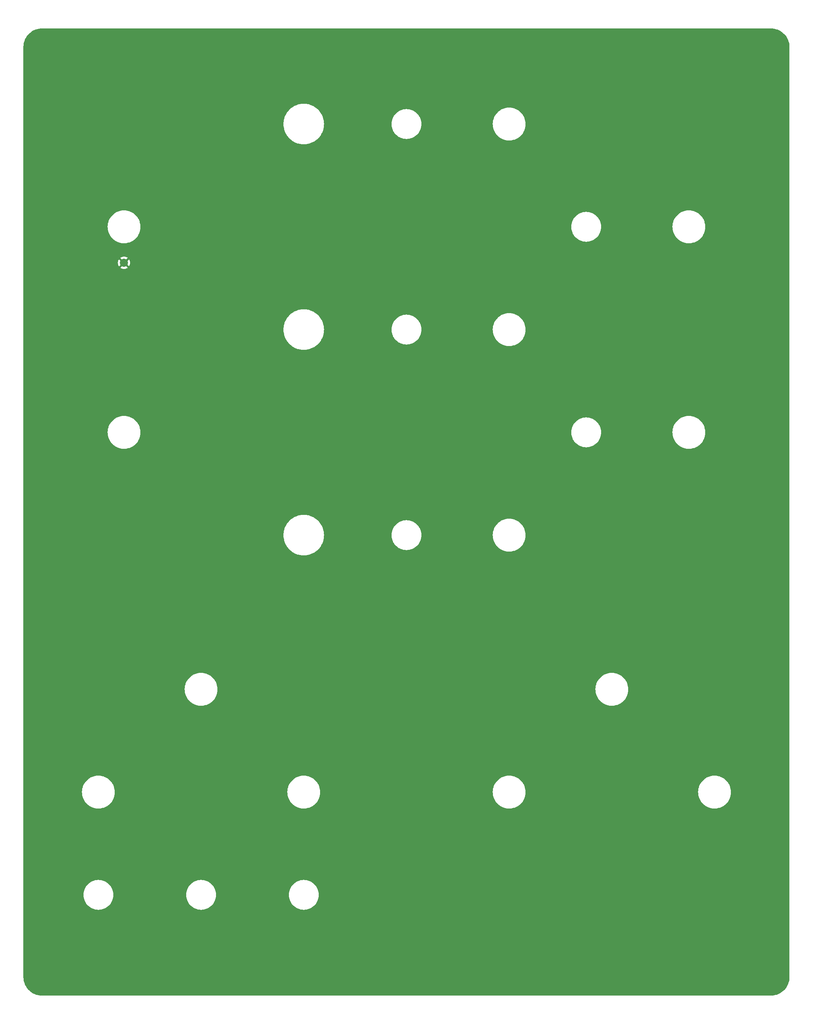
<source format=gtl>
G04 #@! TF.GenerationSoftware,KiCad,Pcbnew,6.0.5+dfsg-1~bpo11+1*
G04 #@! TF.CreationDate,2022-08-10T11:55:54+00:00*
G04 #@! TF.ProjectId,main_VCO_pcb_panel,6d61696e-5f56-4434-9f5f-7063625f7061,0*
G04 #@! TF.SameCoordinates,Original*
G04 #@! TF.FileFunction,Copper,L1,Top*
G04 #@! TF.FilePolarity,Positive*
%FSLAX46Y46*%
G04 Gerber Fmt 4.6, Leading zero omitted, Abs format (unit mm)*
G04 Created by KiCad (PCBNEW 6.0.5+dfsg-1~bpo11+1) date 2022-08-10 11:55:54*
%MOMM*%
%LPD*%
G01*
G04 APERTURE LIST*
G04 #@! TA.AperFunction,ComponentPad*
%ADD10C,2.000000*%
G04 #@! TD*
G04 APERTURE END LIST*
D10*
X141605000Y-81915000D03*
G04 #@! TA.AperFunction,Conductor*
G36*
X301595018Y-24005000D02*
G01*
X301609851Y-24007310D01*
X301609855Y-24007310D01*
X301618724Y-24008691D01*
X301639183Y-24006016D01*
X301661008Y-24005072D01*
X302017937Y-24020656D01*
X302028886Y-24021614D01*
X302413379Y-24072233D01*
X302424205Y-24074142D01*
X302802822Y-24158080D01*
X302813439Y-24160925D01*
X302983702Y-24214608D01*
X303183302Y-24277542D01*
X303193615Y-24281295D01*
X303551932Y-24429715D01*
X303561876Y-24434353D01*
X303905867Y-24613423D01*
X303915387Y-24618919D01*
X304242468Y-24827292D01*
X304251472Y-24833597D01*
X304559138Y-25069678D01*
X304567558Y-25076743D01*
X304853483Y-25338744D01*
X304861256Y-25346517D01*
X305123257Y-25632442D01*
X305130322Y-25640862D01*
X305366403Y-25948528D01*
X305372708Y-25957532D01*
X305581081Y-26284613D01*
X305586577Y-26294133D01*
X305765643Y-26638115D01*
X305770289Y-26648077D01*
X305918702Y-27006377D01*
X305922461Y-27016706D01*
X306039075Y-27386561D01*
X306041920Y-27397178D01*
X306125858Y-27775795D01*
X306127767Y-27786621D01*
X306178386Y-28171114D01*
X306179344Y-28182064D01*
X306194603Y-28531552D01*
X306193223Y-28556429D01*
X306191309Y-28568724D01*
X306192473Y-28577626D01*
X306192473Y-28577628D01*
X306195436Y-28600283D01*
X306196500Y-28616621D01*
X306196500Y-258395633D01*
X306195000Y-258415018D01*
X306192690Y-258429851D01*
X306192690Y-258429855D01*
X306191309Y-258438724D01*
X306193984Y-258459183D01*
X306194928Y-258481012D01*
X306179344Y-258837936D01*
X306178386Y-258848886D01*
X306127767Y-259233379D01*
X306125858Y-259244205D01*
X306041920Y-259622822D01*
X306039075Y-259633439D01*
X305922461Y-260003294D01*
X305918702Y-260013623D01*
X305770289Y-260371923D01*
X305765643Y-260381885D01*
X305586577Y-260725867D01*
X305581081Y-260735387D01*
X305372708Y-261062468D01*
X305366403Y-261071472D01*
X305130322Y-261379138D01*
X305123257Y-261387558D01*
X304861256Y-261673483D01*
X304853483Y-261681256D01*
X304567558Y-261943257D01*
X304559138Y-261950322D01*
X304251472Y-262186403D01*
X304242468Y-262192708D01*
X303915387Y-262401081D01*
X303905868Y-262406576D01*
X303561876Y-262585647D01*
X303551932Y-262590285D01*
X303193615Y-262738705D01*
X303183302Y-262742458D01*
X302983702Y-262805392D01*
X302813439Y-262859075D01*
X302802822Y-262861920D01*
X302424205Y-262945858D01*
X302413379Y-262947767D01*
X302028886Y-262998386D01*
X302017937Y-262999344D01*
X301668446Y-263014603D01*
X301643571Y-263013223D01*
X301631276Y-263011309D01*
X301622374Y-263012473D01*
X301622372Y-263012473D01*
X301607323Y-263014441D01*
X301599714Y-263015436D01*
X301583379Y-263016500D01*
X121334367Y-263016500D01*
X121314982Y-263015000D01*
X121300149Y-263012690D01*
X121300145Y-263012690D01*
X121291276Y-263011309D01*
X121270817Y-263013984D01*
X121248992Y-263014928D01*
X120892063Y-262999344D01*
X120881114Y-262998386D01*
X120496621Y-262947767D01*
X120485795Y-262945858D01*
X120107178Y-262861920D01*
X120096561Y-262859075D01*
X119926298Y-262805392D01*
X119726698Y-262742458D01*
X119716385Y-262738705D01*
X119358068Y-262590285D01*
X119348124Y-262585647D01*
X119004132Y-262406576D01*
X118994613Y-262401081D01*
X118667532Y-262192708D01*
X118658528Y-262186403D01*
X118350862Y-261950322D01*
X118342442Y-261943257D01*
X118056517Y-261681256D01*
X118048744Y-261673483D01*
X117786743Y-261387558D01*
X117779678Y-261379138D01*
X117543597Y-261071472D01*
X117537292Y-261062468D01*
X117328919Y-260735387D01*
X117323423Y-260725867D01*
X117144357Y-260381885D01*
X117139711Y-260371923D01*
X116991298Y-260013623D01*
X116987539Y-260003294D01*
X116870925Y-259633439D01*
X116868080Y-259622822D01*
X116784142Y-259244205D01*
X116782233Y-259233379D01*
X116731614Y-258848886D01*
X116730656Y-258837936D01*
X116715561Y-258492208D01*
X116717188Y-258465805D01*
X116717769Y-258462352D01*
X116717770Y-258462345D01*
X116718576Y-258457552D01*
X116718729Y-258445000D01*
X116714773Y-258417376D01*
X116713500Y-258399514D01*
X116713500Y-238125000D01*
X131566445Y-238125000D01*
X131586651Y-238510559D01*
X131647049Y-238891894D01*
X131746976Y-239264826D01*
X131885337Y-239625270D01*
X132060618Y-239969277D01*
X132270896Y-240293078D01*
X132513869Y-240593125D01*
X132786875Y-240866131D01*
X133086922Y-241109104D01*
X133410722Y-241319382D01*
X133413656Y-241320877D01*
X133413663Y-241320881D01*
X133751790Y-241493165D01*
X133754730Y-241494663D01*
X134115174Y-241633024D01*
X134488106Y-241732951D01*
X134690643Y-241765030D01*
X134866193Y-241792835D01*
X134866201Y-241792836D01*
X134869441Y-241793349D01*
X135255000Y-241813555D01*
X135640559Y-241793349D01*
X135643799Y-241792836D01*
X135643807Y-241792835D01*
X135819357Y-241765030D01*
X136021894Y-241732951D01*
X136394826Y-241633024D01*
X136755270Y-241494663D01*
X136758210Y-241493165D01*
X137096337Y-241320881D01*
X137096344Y-241320877D01*
X137099278Y-241319382D01*
X137423078Y-241109104D01*
X137723125Y-240866131D01*
X137996131Y-240593125D01*
X138239104Y-240293078D01*
X138449382Y-239969277D01*
X138624663Y-239625270D01*
X138763024Y-239264826D01*
X138862951Y-238891894D01*
X138923349Y-238510559D01*
X138943555Y-238125000D01*
X156966445Y-238125000D01*
X156986651Y-238510559D01*
X157047049Y-238891894D01*
X157146976Y-239264826D01*
X157285337Y-239625270D01*
X157460618Y-239969277D01*
X157670896Y-240293078D01*
X157913869Y-240593125D01*
X158186875Y-240866131D01*
X158486922Y-241109104D01*
X158810722Y-241319382D01*
X158813656Y-241320877D01*
X158813663Y-241320881D01*
X159151790Y-241493165D01*
X159154730Y-241494663D01*
X159515174Y-241633024D01*
X159888106Y-241732951D01*
X160090643Y-241765030D01*
X160266193Y-241792835D01*
X160266201Y-241792836D01*
X160269441Y-241793349D01*
X160655000Y-241813555D01*
X161040559Y-241793349D01*
X161043799Y-241792836D01*
X161043807Y-241792835D01*
X161219357Y-241765030D01*
X161421894Y-241732951D01*
X161794826Y-241633024D01*
X162155270Y-241494663D01*
X162158210Y-241493165D01*
X162496337Y-241320881D01*
X162496344Y-241320877D01*
X162499278Y-241319382D01*
X162823078Y-241109104D01*
X163123125Y-240866131D01*
X163396131Y-240593125D01*
X163639104Y-240293078D01*
X163849382Y-239969277D01*
X164024663Y-239625270D01*
X164163024Y-239264826D01*
X164262951Y-238891894D01*
X164323349Y-238510559D01*
X164343555Y-238125000D01*
X182366445Y-238125000D01*
X182386651Y-238510559D01*
X182447049Y-238891894D01*
X182546976Y-239264826D01*
X182685337Y-239625270D01*
X182860618Y-239969277D01*
X183070896Y-240293078D01*
X183313869Y-240593125D01*
X183586875Y-240866131D01*
X183886922Y-241109104D01*
X184210722Y-241319382D01*
X184213656Y-241320877D01*
X184213663Y-241320881D01*
X184551790Y-241493165D01*
X184554730Y-241494663D01*
X184915174Y-241633024D01*
X185288106Y-241732951D01*
X185490643Y-241765030D01*
X185666193Y-241792835D01*
X185666201Y-241792836D01*
X185669441Y-241793349D01*
X186055000Y-241813555D01*
X186440559Y-241793349D01*
X186443799Y-241792836D01*
X186443807Y-241792835D01*
X186619357Y-241765030D01*
X186821894Y-241732951D01*
X187194826Y-241633024D01*
X187555270Y-241494663D01*
X187558210Y-241493165D01*
X187896337Y-241320881D01*
X187896344Y-241320877D01*
X187899278Y-241319382D01*
X188223078Y-241109104D01*
X188523125Y-240866131D01*
X188796131Y-240593125D01*
X189039104Y-240293078D01*
X189249382Y-239969277D01*
X189424663Y-239625270D01*
X189563024Y-239264826D01*
X189662951Y-238891894D01*
X189723349Y-238510559D01*
X189743555Y-238125000D01*
X189723349Y-237739441D01*
X189662951Y-237358106D01*
X189563024Y-236985174D01*
X189424663Y-236624730D01*
X189407858Y-236591748D01*
X189250881Y-236283664D01*
X189250877Y-236283657D01*
X189249382Y-236280723D01*
X189039104Y-235956922D01*
X188796131Y-235656875D01*
X188523125Y-235383869D01*
X188223078Y-235140896D01*
X187899278Y-234930618D01*
X187896344Y-234929123D01*
X187896337Y-234929119D01*
X187558210Y-234756835D01*
X187555270Y-234755337D01*
X187194826Y-234616976D01*
X186821894Y-234517049D01*
X186619357Y-234484970D01*
X186443807Y-234457165D01*
X186443799Y-234457164D01*
X186440559Y-234456651D01*
X186055000Y-234436445D01*
X185669441Y-234456651D01*
X185666201Y-234457164D01*
X185666193Y-234457165D01*
X185490643Y-234484970D01*
X185288106Y-234517049D01*
X184915174Y-234616976D01*
X184554730Y-234755337D01*
X184551790Y-234756835D01*
X184213664Y-234929119D01*
X184213657Y-234929123D01*
X184210723Y-234930618D01*
X183886922Y-235140896D01*
X183586875Y-235383869D01*
X183313869Y-235656875D01*
X183070896Y-235956922D01*
X182860618Y-236280723D01*
X182859123Y-236283657D01*
X182859119Y-236283664D01*
X182702142Y-236591748D01*
X182685337Y-236624730D01*
X182546976Y-236985174D01*
X182447049Y-237358106D01*
X182386651Y-237739441D01*
X182367908Y-238097077D01*
X182366445Y-238125000D01*
X164343555Y-238125000D01*
X164323349Y-237739441D01*
X164262951Y-237358106D01*
X164163024Y-236985174D01*
X164024663Y-236624730D01*
X164007858Y-236591748D01*
X163850881Y-236283664D01*
X163850877Y-236283657D01*
X163849382Y-236280723D01*
X163639104Y-235956922D01*
X163396131Y-235656875D01*
X163123125Y-235383869D01*
X162823078Y-235140896D01*
X162499278Y-234930618D01*
X162496344Y-234929123D01*
X162496337Y-234929119D01*
X162158210Y-234756835D01*
X162155270Y-234755337D01*
X161794826Y-234616976D01*
X161421894Y-234517049D01*
X161219357Y-234484970D01*
X161043807Y-234457165D01*
X161043799Y-234457164D01*
X161040559Y-234456651D01*
X160655000Y-234436445D01*
X160269441Y-234456651D01*
X160266201Y-234457164D01*
X160266193Y-234457165D01*
X160090643Y-234484970D01*
X159888106Y-234517049D01*
X159515174Y-234616976D01*
X159154730Y-234755337D01*
X159151790Y-234756835D01*
X158813664Y-234929119D01*
X158813657Y-234929123D01*
X158810723Y-234930618D01*
X158486922Y-235140896D01*
X158186875Y-235383869D01*
X157913869Y-235656875D01*
X157670896Y-235956922D01*
X157460618Y-236280723D01*
X157459123Y-236283657D01*
X157459119Y-236283664D01*
X157302142Y-236591748D01*
X157285337Y-236624730D01*
X157146976Y-236985174D01*
X157047049Y-237358106D01*
X156986651Y-237739441D01*
X156967908Y-238097077D01*
X156966445Y-238125000D01*
X138943555Y-238125000D01*
X138923349Y-237739441D01*
X138862951Y-237358106D01*
X138763024Y-236985174D01*
X138624663Y-236624730D01*
X138607858Y-236591748D01*
X138450881Y-236283664D01*
X138450877Y-236283657D01*
X138449382Y-236280723D01*
X138239104Y-235956922D01*
X137996131Y-235656875D01*
X137723125Y-235383869D01*
X137423078Y-235140896D01*
X137099278Y-234930618D01*
X137096344Y-234929123D01*
X137096337Y-234929119D01*
X136758210Y-234756835D01*
X136755270Y-234755337D01*
X136394826Y-234616976D01*
X136021894Y-234517049D01*
X135819357Y-234484970D01*
X135643807Y-234457165D01*
X135643799Y-234457164D01*
X135640559Y-234456651D01*
X135255000Y-234436445D01*
X134869441Y-234456651D01*
X134866201Y-234457164D01*
X134866193Y-234457165D01*
X134690643Y-234484970D01*
X134488106Y-234517049D01*
X134115174Y-234616976D01*
X133754730Y-234755337D01*
X133751790Y-234756835D01*
X133413664Y-234929119D01*
X133413657Y-234929123D01*
X133410723Y-234930618D01*
X133086922Y-235140896D01*
X132786875Y-235383869D01*
X132513869Y-235656875D01*
X132270896Y-235956922D01*
X132060618Y-236280723D01*
X132059123Y-236283657D01*
X132059119Y-236283664D01*
X131902142Y-236591748D01*
X131885337Y-236624730D01*
X131746976Y-236985174D01*
X131647049Y-237358106D01*
X131586651Y-237739441D01*
X131567908Y-238097077D01*
X131566445Y-238125000D01*
X116713500Y-238125000D01*
X116713500Y-212668266D01*
X131192001Y-212668266D01*
X131192109Y-212671356D01*
X131192499Y-212682534D01*
X131204347Y-213021798D01*
X131205856Y-213065016D01*
X131258361Y-213458521D01*
X131349014Y-213845023D01*
X131476951Y-214220835D01*
X131640950Y-214582369D01*
X131839446Y-214926174D01*
X131841235Y-214928672D01*
X131841237Y-214928676D01*
X131941353Y-215068516D01*
X132070544Y-215248969D01*
X132332038Y-215547671D01*
X132334286Y-215549782D01*
X132619178Y-215817314D01*
X132619185Y-215817320D01*
X132621433Y-215819431D01*
X132623883Y-215821318D01*
X132623888Y-215821322D01*
X132933522Y-216059773D01*
X132935965Y-216061654D01*
X132938564Y-216063278D01*
X132938574Y-216063285D01*
X133119998Y-216176650D01*
X133272634Y-216272027D01*
X133628224Y-216448544D01*
X133999342Y-216589518D01*
X134382446Y-216693605D01*
X134385489Y-216694120D01*
X134385495Y-216694121D01*
X134770837Y-216759297D01*
X134770844Y-216759298D01*
X134773878Y-216759811D01*
X134776949Y-216760026D01*
X134776951Y-216760026D01*
X135166837Y-216787290D01*
X135166845Y-216787290D01*
X135169903Y-216787504D01*
X135426170Y-216780346D01*
X135563666Y-216776505D01*
X135563669Y-216776505D01*
X135566740Y-216776419D01*
X135569793Y-216776033D01*
X135569797Y-216776033D01*
X135758315Y-216752218D01*
X135960601Y-216726663D01*
X135963605Y-216725981D01*
X135963608Y-216725980D01*
X136344731Y-216639391D01*
X136344737Y-216639389D01*
X136347727Y-216638710D01*
X136495604Y-216589518D01*
X136721499Y-216514373D01*
X136721505Y-216514371D01*
X136724423Y-216513400D01*
X136867633Y-216449639D01*
X137084294Y-216353176D01*
X137084300Y-216353173D01*
X137087094Y-216351929D01*
X137227747Y-216272027D01*
X137429603Y-216157357D01*
X137429611Y-216157352D01*
X137432276Y-216155838D01*
X137756676Y-215926999D01*
X138057197Y-215667596D01*
X138059318Y-215665369D01*
X138059324Y-215665363D01*
X138328853Y-215382329D01*
X138330970Y-215380106D01*
X138364237Y-215337527D01*
X138573472Y-215069717D01*
X138573474Y-215069714D01*
X138575382Y-215067272D01*
X138577038Y-215064662D01*
X138577044Y-215064654D01*
X138786447Y-214734688D01*
X138786451Y-214734681D01*
X138788101Y-214732081D01*
X138814390Y-214680039D01*
X138873043Y-214563925D01*
X138967096Y-214377732D01*
X138968203Y-214374878D01*
X138968207Y-214374869D01*
X139109543Y-214010483D01*
X139109546Y-214010474D01*
X139110658Y-214007607D01*
X139217417Y-213625239D01*
X139286354Y-213234278D01*
X139316811Y-212838457D01*
X139318395Y-212725000D01*
X139315772Y-212671356D01*
X139315621Y-212668266D01*
X181992001Y-212668266D01*
X181992109Y-212671356D01*
X181992499Y-212682534D01*
X182004347Y-213021798D01*
X182005856Y-213065016D01*
X182058361Y-213458521D01*
X182149014Y-213845023D01*
X182276951Y-214220835D01*
X182440950Y-214582369D01*
X182639446Y-214926174D01*
X182641235Y-214928672D01*
X182641237Y-214928676D01*
X182741353Y-215068516D01*
X182870544Y-215248969D01*
X183132038Y-215547671D01*
X183134286Y-215549782D01*
X183419178Y-215817314D01*
X183419185Y-215817320D01*
X183421433Y-215819431D01*
X183423883Y-215821318D01*
X183423888Y-215821322D01*
X183733522Y-216059773D01*
X183735965Y-216061654D01*
X183738564Y-216063278D01*
X183738574Y-216063285D01*
X183919998Y-216176650D01*
X184072634Y-216272027D01*
X184428224Y-216448544D01*
X184799342Y-216589518D01*
X185182446Y-216693605D01*
X185185489Y-216694120D01*
X185185495Y-216694121D01*
X185570837Y-216759297D01*
X185570844Y-216759298D01*
X185573878Y-216759811D01*
X185576949Y-216760026D01*
X185576951Y-216760026D01*
X185966837Y-216787290D01*
X185966845Y-216787290D01*
X185969903Y-216787504D01*
X186226170Y-216780346D01*
X186363666Y-216776505D01*
X186363669Y-216776505D01*
X186366740Y-216776419D01*
X186369793Y-216776033D01*
X186369797Y-216776033D01*
X186558315Y-216752218D01*
X186760601Y-216726663D01*
X186763605Y-216725981D01*
X186763608Y-216725980D01*
X187144731Y-216639391D01*
X187144737Y-216639389D01*
X187147727Y-216638710D01*
X187295604Y-216589518D01*
X187521499Y-216514373D01*
X187521505Y-216514371D01*
X187524423Y-216513400D01*
X187667633Y-216449639D01*
X187884294Y-216353176D01*
X187884300Y-216353173D01*
X187887094Y-216351929D01*
X188027747Y-216272027D01*
X188229603Y-216157357D01*
X188229611Y-216157352D01*
X188232276Y-216155838D01*
X188556676Y-215926999D01*
X188857197Y-215667596D01*
X188859318Y-215665369D01*
X188859324Y-215665363D01*
X189128853Y-215382329D01*
X189130970Y-215380106D01*
X189164237Y-215337527D01*
X189373472Y-215069717D01*
X189373474Y-215069714D01*
X189375382Y-215067272D01*
X189377038Y-215064662D01*
X189377044Y-215064654D01*
X189586447Y-214734688D01*
X189586451Y-214734681D01*
X189588101Y-214732081D01*
X189614390Y-214680039D01*
X189673043Y-214563925D01*
X189767096Y-214377732D01*
X189768203Y-214374878D01*
X189768207Y-214374869D01*
X189909543Y-214010483D01*
X189909546Y-214010474D01*
X189910658Y-214007607D01*
X190017417Y-213625239D01*
X190086354Y-213234278D01*
X190116811Y-212838457D01*
X190118395Y-212725000D01*
X190115772Y-212671356D01*
X190115621Y-212668266D01*
X232792001Y-212668266D01*
X232792109Y-212671356D01*
X232792499Y-212682534D01*
X232804347Y-213021798D01*
X232805856Y-213065016D01*
X232858361Y-213458521D01*
X232949014Y-213845023D01*
X233076951Y-214220835D01*
X233240950Y-214582369D01*
X233439446Y-214926174D01*
X233441235Y-214928672D01*
X233441237Y-214928676D01*
X233541353Y-215068516D01*
X233670544Y-215248969D01*
X233932038Y-215547671D01*
X233934286Y-215549782D01*
X234219178Y-215817314D01*
X234219185Y-215817320D01*
X234221433Y-215819431D01*
X234223883Y-215821318D01*
X234223888Y-215821322D01*
X234533522Y-216059773D01*
X234535965Y-216061654D01*
X234538564Y-216063278D01*
X234538574Y-216063285D01*
X234719998Y-216176650D01*
X234872634Y-216272027D01*
X235228224Y-216448544D01*
X235599342Y-216589518D01*
X235982446Y-216693605D01*
X235985489Y-216694120D01*
X235985495Y-216694121D01*
X236370837Y-216759297D01*
X236370844Y-216759298D01*
X236373878Y-216759811D01*
X236376949Y-216760026D01*
X236376951Y-216760026D01*
X236766837Y-216787290D01*
X236766845Y-216787290D01*
X236769903Y-216787504D01*
X237026170Y-216780346D01*
X237163666Y-216776505D01*
X237163669Y-216776505D01*
X237166740Y-216776419D01*
X237169793Y-216776033D01*
X237169797Y-216776033D01*
X237358315Y-216752218D01*
X237560601Y-216726663D01*
X237563605Y-216725981D01*
X237563608Y-216725980D01*
X237944731Y-216639391D01*
X237944737Y-216639389D01*
X237947727Y-216638710D01*
X238095604Y-216589518D01*
X238321499Y-216514373D01*
X238321505Y-216514371D01*
X238324423Y-216513400D01*
X238467633Y-216449639D01*
X238684294Y-216353176D01*
X238684300Y-216353173D01*
X238687094Y-216351929D01*
X238827747Y-216272027D01*
X239029603Y-216157357D01*
X239029611Y-216157352D01*
X239032276Y-216155838D01*
X239356676Y-215926999D01*
X239657197Y-215667596D01*
X239659318Y-215665369D01*
X239659324Y-215665363D01*
X239928853Y-215382329D01*
X239930970Y-215380106D01*
X239964237Y-215337527D01*
X240173472Y-215069717D01*
X240173474Y-215069714D01*
X240175382Y-215067272D01*
X240177038Y-215064662D01*
X240177044Y-215064654D01*
X240386447Y-214734688D01*
X240386451Y-214734681D01*
X240388101Y-214732081D01*
X240414390Y-214680039D01*
X240473043Y-214563925D01*
X240567096Y-214377732D01*
X240568203Y-214374878D01*
X240568207Y-214374869D01*
X240709543Y-214010483D01*
X240709546Y-214010474D01*
X240710658Y-214007607D01*
X240817417Y-213625239D01*
X240886354Y-213234278D01*
X240916811Y-212838457D01*
X240918395Y-212725000D01*
X240915772Y-212671356D01*
X240915621Y-212668266D01*
X283592001Y-212668266D01*
X283592109Y-212671356D01*
X283592499Y-212682534D01*
X283604347Y-213021798D01*
X283605856Y-213065016D01*
X283658361Y-213458521D01*
X283749014Y-213845023D01*
X283876951Y-214220835D01*
X284040950Y-214582369D01*
X284239446Y-214926174D01*
X284241235Y-214928672D01*
X284241237Y-214928676D01*
X284341353Y-215068516D01*
X284470544Y-215248969D01*
X284732038Y-215547671D01*
X284734286Y-215549782D01*
X285019178Y-215817314D01*
X285019185Y-215817320D01*
X285021433Y-215819431D01*
X285023883Y-215821318D01*
X285023888Y-215821322D01*
X285333522Y-216059773D01*
X285335965Y-216061654D01*
X285338564Y-216063278D01*
X285338574Y-216063285D01*
X285519998Y-216176650D01*
X285672634Y-216272027D01*
X286028224Y-216448544D01*
X286399342Y-216589518D01*
X286782446Y-216693605D01*
X286785489Y-216694120D01*
X286785495Y-216694121D01*
X287170837Y-216759297D01*
X287170844Y-216759298D01*
X287173878Y-216759811D01*
X287176949Y-216760026D01*
X287176951Y-216760026D01*
X287566837Y-216787290D01*
X287566845Y-216787290D01*
X287569903Y-216787504D01*
X287826170Y-216780346D01*
X287963666Y-216776505D01*
X287963669Y-216776505D01*
X287966740Y-216776419D01*
X287969793Y-216776033D01*
X287969797Y-216776033D01*
X288158315Y-216752218D01*
X288360601Y-216726663D01*
X288363605Y-216725981D01*
X288363608Y-216725980D01*
X288744731Y-216639391D01*
X288744737Y-216639389D01*
X288747727Y-216638710D01*
X288895604Y-216589518D01*
X289121499Y-216514373D01*
X289121505Y-216514371D01*
X289124423Y-216513400D01*
X289267633Y-216449639D01*
X289484294Y-216353176D01*
X289484300Y-216353173D01*
X289487094Y-216351929D01*
X289627747Y-216272027D01*
X289829603Y-216157357D01*
X289829611Y-216157352D01*
X289832276Y-216155838D01*
X290156676Y-215926999D01*
X290457197Y-215667596D01*
X290459318Y-215665369D01*
X290459324Y-215665363D01*
X290728853Y-215382329D01*
X290730970Y-215380106D01*
X290764237Y-215337527D01*
X290973472Y-215069717D01*
X290973474Y-215069714D01*
X290975382Y-215067272D01*
X290977038Y-215064662D01*
X290977044Y-215064654D01*
X291186447Y-214734688D01*
X291186451Y-214734681D01*
X291188101Y-214732081D01*
X291214390Y-214680039D01*
X291273043Y-214563925D01*
X291367096Y-214377732D01*
X291368203Y-214374878D01*
X291368207Y-214374869D01*
X291509543Y-214010483D01*
X291509546Y-214010474D01*
X291510658Y-214007607D01*
X291617417Y-213625239D01*
X291686354Y-213234278D01*
X291716811Y-212838457D01*
X291718395Y-212725000D01*
X291715772Y-212671356D01*
X291699152Y-212331552D01*
X291699002Y-212328482D01*
X291690220Y-212269012D01*
X291641458Y-211938795D01*
X291641457Y-211938791D01*
X291641008Y-211935749D01*
X291544967Y-211550550D01*
X291526728Y-211499327D01*
X291412828Y-211179460D01*
X291411796Y-211176561D01*
X291242765Y-210817352D01*
X291213015Y-210767445D01*
X291041068Y-210479003D01*
X291039488Y-210476352D01*
X290803906Y-210156815D01*
X290538266Y-209861793D01*
X290245105Y-209594100D01*
X289927222Y-209356293D01*
X289878370Y-209326707D01*
X289590277Y-209152231D01*
X289590268Y-209152226D01*
X289587649Y-209150640D01*
X289229629Y-208979106D01*
X289170229Y-208957486D01*
X288859475Y-208844381D01*
X288859474Y-208844381D01*
X288856579Y-208843327D01*
X288649688Y-208790206D01*
X288475043Y-208745365D01*
X288475040Y-208745364D01*
X288472059Y-208744599D01*
X288079740Y-208683865D01*
X288076683Y-208683694D01*
X288076682Y-208683694D01*
X288047924Y-208682086D01*
X287683368Y-208661704D01*
X287680290Y-208661833D01*
X287680286Y-208661833D01*
X287421983Y-208672659D01*
X287286724Y-208678328D01*
X287283680Y-208678756D01*
X287283678Y-208678756D01*
X287243989Y-208684334D01*
X286893596Y-208733579D01*
X286507735Y-208826928D01*
X286132825Y-208957486D01*
X286086035Y-208979106D01*
X285775242Y-209122712D01*
X285775232Y-209122717D01*
X285772445Y-209124005D01*
X285430034Y-209324896D01*
X285389018Y-209354696D01*
X285111342Y-209556439D01*
X285111336Y-209556444D01*
X285108861Y-209558242D01*
X285106575Y-209560271D01*
X285106572Y-209560274D01*
X285066134Y-209596177D01*
X284811991Y-209821815D01*
X284809901Y-209824072D01*
X284809899Y-209824074D01*
X284544354Y-210110837D01*
X284544349Y-210110843D01*
X284542259Y-210113100D01*
X284540399Y-210115550D01*
X284540396Y-210115554D01*
X284507202Y-210159286D01*
X284302238Y-210429316D01*
X284300627Y-210431934D01*
X284300624Y-210431939D01*
X284095834Y-210764821D01*
X284094220Y-210767445D01*
X283920190Y-211124258D01*
X283919119Y-211127139D01*
X283919116Y-211127145D01*
X283833146Y-211358313D01*
X283781810Y-211496352D01*
X283680400Y-211880173D01*
X283616928Y-212272058D01*
X283616734Y-212275138D01*
X283616734Y-212275140D01*
X283609762Y-212385967D01*
X283592001Y-212668266D01*
X240915621Y-212668266D01*
X240899152Y-212331552D01*
X240899002Y-212328482D01*
X240890220Y-212269012D01*
X240841458Y-211938795D01*
X240841457Y-211938791D01*
X240841008Y-211935749D01*
X240744967Y-211550550D01*
X240726728Y-211499327D01*
X240612828Y-211179460D01*
X240611796Y-211176561D01*
X240442765Y-210817352D01*
X240413015Y-210767445D01*
X240241068Y-210479003D01*
X240239488Y-210476352D01*
X240003906Y-210156815D01*
X239738266Y-209861793D01*
X239445105Y-209594100D01*
X239127222Y-209356293D01*
X239078370Y-209326707D01*
X238790277Y-209152231D01*
X238790268Y-209152226D01*
X238787649Y-209150640D01*
X238429629Y-208979106D01*
X238370229Y-208957486D01*
X238059475Y-208844381D01*
X238059474Y-208844381D01*
X238056579Y-208843327D01*
X237849688Y-208790206D01*
X237675043Y-208745365D01*
X237675040Y-208745364D01*
X237672059Y-208744599D01*
X237279740Y-208683865D01*
X237276683Y-208683694D01*
X237276682Y-208683694D01*
X237247924Y-208682086D01*
X236883368Y-208661704D01*
X236880290Y-208661833D01*
X236880286Y-208661833D01*
X236621983Y-208672659D01*
X236486724Y-208678328D01*
X236483680Y-208678756D01*
X236483678Y-208678756D01*
X236443989Y-208684334D01*
X236093596Y-208733579D01*
X235707735Y-208826928D01*
X235332825Y-208957486D01*
X235286035Y-208979106D01*
X234975242Y-209122712D01*
X234975232Y-209122717D01*
X234972445Y-209124005D01*
X234630034Y-209324896D01*
X234589018Y-209354696D01*
X234311342Y-209556439D01*
X234311336Y-209556444D01*
X234308861Y-209558242D01*
X234306575Y-209560271D01*
X234306572Y-209560274D01*
X234266134Y-209596177D01*
X234011991Y-209821815D01*
X234009901Y-209824072D01*
X234009899Y-209824074D01*
X233744354Y-210110837D01*
X233744349Y-210110843D01*
X233742259Y-210113100D01*
X233740399Y-210115550D01*
X233740396Y-210115554D01*
X233707202Y-210159286D01*
X233502238Y-210429316D01*
X233500627Y-210431934D01*
X233500624Y-210431939D01*
X233295834Y-210764821D01*
X233294220Y-210767445D01*
X233120190Y-211124258D01*
X233119119Y-211127139D01*
X233119116Y-211127145D01*
X233033146Y-211358313D01*
X232981810Y-211496352D01*
X232880400Y-211880173D01*
X232816928Y-212272058D01*
X232816734Y-212275138D01*
X232816734Y-212275140D01*
X232809762Y-212385967D01*
X232792001Y-212668266D01*
X190115621Y-212668266D01*
X190099152Y-212331552D01*
X190099002Y-212328482D01*
X190090220Y-212269012D01*
X190041458Y-211938795D01*
X190041457Y-211938791D01*
X190041008Y-211935749D01*
X189944967Y-211550550D01*
X189926728Y-211499327D01*
X189812828Y-211179460D01*
X189811796Y-211176561D01*
X189642765Y-210817352D01*
X189613015Y-210767445D01*
X189441068Y-210479003D01*
X189439488Y-210476352D01*
X189203906Y-210156815D01*
X188938266Y-209861793D01*
X188645105Y-209594100D01*
X188327222Y-209356293D01*
X188278370Y-209326707D01*
X187990277Y-209152231D01*
X187990268Y-209152226D01*
X187987649Y-209150640D01*
X187629629Y-208979106D01*
X187570229Y-208957486D01*
X187259475Y-208844381D01*
X187259474Y-208844381D01*
X187256579Y-208843327D01*
X187049688Y-208790206D01*
X186875043Y-208745365D01*
X186875040Y-208745364D01*
X186872059Y-208744599D01*
X186479740Y-208683865D01*
X186476683Y-208683694D01*
X186476682Y-208683694D01*
X186447924Y-208682086D01*
X186083368Y-208661704D01*
X186080290Y-208661833D01*
X186080286Y-208661833D01*
X185821983Y-208672659D01*
X185686724Y-208678328D01*
X185683680Y-208678756D01*
X185683678Y-208678756D01*
X185643989Y-208684334D01*
X185293596Y-208733579D01*
X184907735Y-208826928D01*
X184532825Y-208957486D01*
X184486035Y-208979106D01*
X184175242Y-209122712D01*
X184175232Y-209122717D01*
X184172445Y-209124005D01*
X183830034Y-209324896D01*
X183789018Y-209354696D01*
X183511342Y-209556439D01*
X183511336Y-209556444D01*
X183508861Y-209558242D01*
X183506575Y-209560271D01*
X183506572Y-209560274D01*
X183466134Y-209596177D01*
X183211991Y-209821815D01*
X183209901Y-209824072D01*
X183209899Y-209824074D01*
X182944354Y-210110837D01*
X182944349Y-210110843D01*
X182942259Y-210113100D01*
X182940399Y-210115550D01*
X182940396Y-210115554D01*
X182907202Y-210159286D01*
X182702238Y-210429316D01*
X182700627Y-210431934D01*
X182700624Y-210431939D01*
X182495834Y-210764821D01*
X182494220Y-210767445D01*
X182320190Y-211124258D01*
X182319119Y-211127139D01*
X182319116Y-211127145D01*
X182233146Y-211358313D01*
X182181810Y-211496352D01*
X182080400Y-211880173D01*
X182016928Y-212272058D01*
X182016734Y-212275138D01*
X182016734Y-212275140D01*
X182009762Y-212385967D01*
X181992001Y-212668266D01*
X139315621Y-212668266D01*
X139299152Y-212331552D01*
X139299002Y-212328482D01*
X139290220Y-212269012D01*
X139241458Y-211938795D01*
X139241457Y-211938791D01*
X139241008Y-211935749D01*
X139144967Y-211550550D01*
X139126728Y-211499327D01*
X139012828Y-211179460D01*
X139011796Y-211176561D01*
X138842765Y-210817352D01*
X138813015Y-210767445D01*
X138641068Y-210479003D01*
X138639488Y-210476352D01*
X138403906Y-210156815D01*
X138138266Y-209861793D01*
X137845105Y-209594100D01*
X137527222Y-209356293D01*
X137478370Y-209326707D01*
X137190277Y-209152231D01*
X137190268Y-209152226D01*
X137187649Y-209150640D01*
X136829629Y-208979106D01*
X136770229Y-208957486D01*
X136459475Y-208844381D01*
X136459474Y-208844381D01*
X136456579Y-208843327D01*
X136249688Y-208790206D01*
X136075043Y-208745365D01*
X136075040Y-208745364D01*
X136072059Y-208744599D01*
X135679740Y-208683865D01*
X135676683Y-208683694D01*
X135676682Y-208683694D01*
X135647924Y-208682086D01*
X135283368Y-208661704D01*
X135280290Y-208661833D01*
X135280286Y-208661833D01*
X135021983Y-208672659D01*
X134886724Y-208678328D01*
X134883680Y-208678756D01*
X134883678Y-208678756D01*
X134843989Y-208684334D01*
X134493596Y-208733579D01*
X134107735Y-208826928D01*
X133732825Y-208957486D01*
X133686035Y-208979106D01*
X133375242Y-209122712D01*
X133375232Y-209122717D01*
X133372445Y-209124005D01*
X133030034Y-209324896D01*
X132989018Y-209354696D01*
X132711342Y-209556439D01*
X132711336Y-209556444D01*
X132708861Y-209558242D01*
X132706575Y-209560271D01*
X132706572Y-209560274D01*
X132666134Y-209596177D01*
X132411991Y-209821815D01*
X132409901Y-209824072D01*
X132409899Y-209824074D01*
X132144354Y-210110837D01*
X132144349Y-210110843D01*
X132142259Y-210113100D01*
X132140399Y-210115550D01*
X132140396Y-210115554D01*
X132107202Y-210159286D01*
X131902238Y-210429316D01*
X131900627Y-210431934D01*
X131900624Y-210431939D01*
X131695834Y-210764821D01*
X131694220Y-210767445D01*
X131520190Y-211124258D01*
X131519119Y-211127139D01*
X131519116Y-211127145D01*
X131433146Y-211358313D01*
X131381810Y-211496352D01*
X131280400Y-211880173D01*
X131216928Y-212272058D01*
X131216734Y-212275138D01*
X131216734Y-212275140D01*
X131209762Y-212385967D01*
X131192001Y-212668266D01*
X116713500Y-212668266D01*
X116713500Y-187268266D01*
X156592001Y-187268266D01*
X156592109Y-187271356D01*
X156592499Y-187282534D01*
X156604347Y-187621798D01*
X156605856Y-187665016D01*
X156658361Y-188058521D01*
X156749014Y-188445023D01*
X156876951Y-188820835D01*
X157040950Y-189182369D01*
X157239446Y-189526174D01*
X157241235Y-189528672D01*
X157241237Y-189528676D01*
X157341353Y-189668516D01*
X157470544Y-189848969D01*
X157732038Y-190147671D01*
X157734286Y-190149782D01*
X158019178Y-190417314D01*
X158019185Y-190417320D01*
X158021433Y-190419431D01*
X158023883Y-190421318D01*
X158023888Y-190421322D01*
X158333522Y-190659773D01*
X158335965Y-190661654D01*
X158338564Y-190663278D01*
X158338574Y-190663285D01*
X158519998Y-190776650D01*
X158672634Y-190872027D01*
X159028224Y-191048544D01*
X159399342Y-191189518D01*
X159782446Y-191293605D01*
X159785489Y-191294120D01*
X159785495Y-191294121D01*
X160170837Y-191359297D01*
X160170844Y-191359298D01*
X160173878Y-191359811D01*
X160176949Y-191360026D01*
X160176951Y-191360026D01*
X160566837Y-191387290D01*
X160566845Y-191387290D01*
X160569903Y-191387504D01*
X160826170Y-191380346D01*
X160963666Y-191376505D01*
X160963669Y-191376505D01*
X160966740Y-191376419D01*
X160969793Y-191376033D01*
X160969797Y-191376033D01*
X161158315Y-191352218D01*
X161360601Y-191326663D01*
X161363605Y-191325981D01*
X161363608Y-191325980D01*
X161744731Y-191239391D01*
X161744737Y-191239389D01*
X161747727Y-191238710D01*
X161895604Y-191189518D01*
X162121499Y-191114373D01*
X162121505Y-191114371D01*
X162124423Y-191113400D01*
X162267633Y-191049639D01*
X162484294Y-190953176D01*
X162484300Y-190953173D01*
X162487094Y-190951929D01*
X162627747Y-190872027D01*
X162829603Y-190757357D01*
X162829611Y-190757352D01*
X162832276Y-190755838D01*
X163156676Y-190526999D01*
X163457197Y-190267596D01*
X163459318Y-190265369D01*
X163459324Y-190265363D01*
X163728853Y-189982329D01*
X163730970Y-189980106D01*
X163764237Y-189937527D01*
X163973472Y-189669717D01*
X163973474Y-189669714D01*
X163975382Y-189667272D01*
X163977038Y-189664662D01*
X163977044Y-189664654D01*
X164186447Y-189334688D01*
X164186451Y-189334681D01*
X164188101Y-189332081D01*
X164214390Y-189280039D01*
X164273043Y-189163925D01*
X164367096Y-188977732D01*
X164368203Y-188974878D01*
X164368207Y-188974869D01*
X164509543Y-188610483D01*
X164509546Y-188610474D01*
X164510658Y-188607607D01*
X164617417Y-188225239D01*
X164686354Y-187834278D01*
X164716811Y-187438457D01*
X164718395Y-187325000D01*
X164715772Y-187271356D01*
X164715621Y-187268266D01*
X258192001Y-187268266D01*
X258192109Y-187271356D01*
X258192499Y-187282534D01*
X258204347Y-187621798D01*
X258205856Y-187665016D01*
X258258361Y-188058521D01*
X258349014Y-188445023D01*
X258476951Y-188820835D01*
X258640950Y-189182369D01*
X258839446Y-189526174D01*
X258841235Y-189528672D01*
X258841237Y-189528676D01*
X258941353Y-189668516D01*
X259070544Y-189848969D01*
X259332038Y-190147671D01*
X259334286Y-190149782D01*
X259619178Y-190417314D01*
X259619185Y-190417320D01*
X259621433Y-190419431D01*
X259623883Y-190421318D01*
X259623888Y-190421322D01*
X259933522Y-190659773D01*
X259935965Y-190661654D01*
X259938564Y-190663278D01*
X259938574Y-190663285D01*
X260119998Y-190776650D01*
X260272634Y-190872027D01*
X260628224Y-191048544D01*
X260999342Y-191189518D01*
X261382446Y-191293605D01*
X261385489Y-191294120D01*
X261385495Y-191294121D01*
X261770837Y-191359297D01*
X261770844Y-191359298D01*
X261773878Y-191359811D01*
X261776949Y-191360026D01*
X261776951Y-191360026D01*
X262166837Y-191387290D01*
X262166845Y-191387290D01*
X262169903Y-191387504D01*
X262426170Y-191380346D01*
X262563666Y-191376505D01*
X262563669Y-191376505D01*
X262566740Y-191376419D01*
X262569793Y-191376033D01*
X262569797Y-191376033D01*
X262758315Y-191352218D01*
X262960601Y-191326663D01*
X262963605Y-191325981D01*
X262963608Y-191325980D01*
X263344731Y-191239391D01*
X263344737Y-191239389D01*
X263347727Y-191238710D01*
X263495604Y-191189518D01*
X263721499Y-191114373D01*
X263721505Y-191114371D01*
X263724423Y-191113400D01*
X263867633Y-191049639D01*
X264084294Y-190953176D01*
X264084300Y-190953173D01*
X264087094Y-190951929D01*
X264227747Y-190872027D01*
X264429603Y-190757357D01*
X264429611Y-190757352D01*
X264432276Y-190755838D01*
X264756676Y-190526999D01*
X265057197Y-190267596D01*
X265059318Y-190265369D01*
X265059324Y-190265363D01*
X265328853Y-189982329D01*
X265330970Y-189980106D01*
X265364237Y-189937527D01*
X265573472Y-189669717D01*
X265573474Y-189669714D01*
X265575382Y-189667272D01*
X265577038Y-189664662D01*
X265577044Y-189664654D01*
X265786447Y-189334688D01*
X265786451Y-189334681D01*
X265788101Y-189332081D01*
X265814390Y-189280039D01*
X265873043Y-189163925D01*
X265967096Y-188977732D01*
X265968203Y-188974878D01*
X265968207Y-188974869D01*
X266109543Y-188610483D01*
X266109546Y-188610474D01*
X266110658Y-188607607D01*
X266217417Y-188225239D01*
X266286354Y-187834278D01*
X266316811Y-187438457D01*
X266318395Y-187325000D01*
X266315772Y-187271356D01*
X266299152Y-186931552D01*
X266299002Y-186928482D01*
X266290220Y-186869012D01*
X266241458Y-186538795D01*
X266241457Y-186538791D01*
X266241008Y-186535749D01*
X266144967Y-186150550D01*
X266126728Y-186099327D01*
X266012828Y-185779460D01*
X266011796Y-185776561D01*
X265842765Y-185417352D01*
X265813015Y-185367445D01*
X265641068Y-185079003D01*
X265639488Y-185076352D01*
X265403906Y-184756815D01*
X265138266Y-184461793D01*
X264845105Y-184194100D01*
X264527222Y-183956293D01*
X264478370Y-183926707D01*
X264190277Y-183752231D01*
X264190268Y-183752226D01*
X264187649Y-183750640D01*
X263829629Y-183579106D01*
X263770229Y-183557486D01*
X263459475Y-183444381D01*
X263459474Y-183444381D01*
X263456579Y-183443327D01*
X263249688Y-183390206D01*
X263075043Y-183345365D01*
X263075040Y-183345364D01*
X263072059Y-183344599D01*
X262679740Y-183283865D01*
X262676683Y-183283694D01*
X262676682Y-183283694D01*
X262647924Y-183282086D01*
X262283368Y-183261704D01*
X262280290Y-183261833D01*
X262280286Y-183261833D01*
X262021983Y-183272659D01*
X261886724Y-183278328D01*
X261883680Y-183278756D01*
X261883678Y-183278756D01*
X261843989Y-183284334D01*
X261493596Y-183333579D01*
X261107735Y-183426928D01*
X260732825Y-183557486D01*
X260686035Y-183579106D01*
X260375242Y-183722712D01*
X260375232Y-183722717D01*
X260372445Y-183724005D01*
X260030034Y-183924896D01*
X259989018Y-183954696D01*
X259711342Y-184156439D01*
X259711336Y-184156444D01*
X259708861Y-184158242D01*
X259706575Y-184160271D01*
X259706572Y-184160274D01*
X259666134Y-184196177D01*
X259411991Y-184421815D01*
X259409901Y-184424072D01*
X259409899Y-184424074D01*
X259144354Y-184710837D01*
X259144349Y-184710843D01*
X259142259Y-184713100D01*
X259140399Y-184715550D01*
X259140396Y-184715554D01*
X259107202Y-184759286D01*
X258902238Y-185029316D01*
X258900627Y-185031934D01*
X258900624Y-185031939D01*
X258695834Y-185364821D01*
X258694220Y-185367445D01*
X258520190Y-185724258D01*
X258519119Y-185727139D01*
X258519116Y-185727145D01*
X258433146Y-185958313D01*
X258381810Y-186096352D01*
X258280400Y-186480173D01*
X258216928Y-186872058D01*
X258216734Y-186875138D01*
X258216734Y-186875140D01*
X258209762Y-186985967D01*
X258192001Y-187268266D01*
X164715621Y-187268266D01*
X164699152Y-186931552D01*
X164699002Y-186928482D01*
X164690220Y-186869012D01*
X164641458Y-186538795D01*
X164641457Y-186538791D01*
X164641008Y-186535749D01*
X164544967Y-186150550D01*
X164526728Y-186099327D01*
X164412828Y-185779460D01*
X164411796Y-185776561D01*
X164242765Y-185417352D01*
X164213015Y-185367445D01*
X164041068Y-185079003D01*
X164039488Y-185076352D01*
X163803906Y-184756815D01*
X163538266Y-184461793D01*
X163245105Y-184194100D01*
X162927222Y-183956293D01*
X162878370Y-183926707D01*
X162590277Y-183752231D01*
X162590268Y-183752226D01*
X162587649Y-183750640D01*
X162229629Y-183579106D01*
X162170229Y-183557486D01*
X161859475Y-183444381D01*
X161859474Y-183444381D01*
X161856579Y-183443327D01*
X161649688Y-183390206D01*
X161475043Y-183345365D01*
X161475040Y-183345364D01*
X161472059Y-183344599D01*
X161079740Y-183283865D01*
X161076683Y-183283694D01*
X161076682Y-183283694D01*
X161047924Y-183282086D01*
X160683368Y-183261704D01*
X160680290Y-183261833D01*
X160680286Y-183261833D01*
X160421983Y-183272659D01*
X160286724Y-183278328D01*
X160283680Y-183278756D01*
X160283678Y-183278756D01*
X160243989Y-183284334D01*
X159893596Y-183333579D01*
X159507735Y-183426928D01*
X159132825Y-183557486D01*
X159086035Y-183579106D01*
X158775242Y-183722712D01*
X158775232Y-183722717D01*
X158772445Y-183724005D01*
X158430034Y-183924896D01*
X158389018Y-183954696D01*
X158111342Y-184156439D01*
X158111336Y-184156444D01*
X158108861Y-184158242D01*
X158106575Y-184160271D01*
X158106572Y-184160274D01*
X158066134Y-184196177D01*
X157811991Y-184421815D01*
X157809901Y-184424072D01*
X157809899Y-184424074D01*
X157544354Y-184710837D01*
X157544349Y-184710843D01*
X157542259Y-184713100D01*
X157540399Y-184715550D01*
X157540396Y-184715554D01*
X157507202Y-184759286D01*
X157302238Y-185029316D01*
X157300627Y-185031934D01*
X157300624Y-185031939D01*
X157095834Y-185364821D01*
X157094220Y-185367445D01*
X156920190Y-185724258D01*
X156919119Y-185727139D01*
X156919116Y-185727145D01*
X156833146Y-185958313D01*
X156781810Y-186096352D01*
X156680400Y-186480173D01*
X156616928Y-186872058D01*
X156616734Y-186875138D01*
X156616734Y-186875140D01*
X156609762Y-186985967D01*
X156592001Y-187268266D01*
X116713500Y-187268266D01*
X116713500Y-149093761D01*
X181043170Y-149093761D01*
X181044554Y-149169270D01*
X181051345Y-149539803D01*
X181051644Y-149542578D01*
X181096785Y-149961511D01*
X181099138Y-149983353D01*
X181099683Y-149986094D01*
X181099684Y-149986099D01*
X181170483Y-150342025D01*
X181186172Y-150420899D01*
X181186959Y-150423580D01*
X181186960Y-150423586D01*
X181211609Y-150507607D01*
X181311756Y-150848976D01*
X181312776Y-150851572D01*
X181312777Y-150851575D01*
X181470350Y-151252623D01*
X181474896Y-151264194D01*
X181536373Y-151387228D01*
X181626336Y-151567272D01*
X181674301Y-151663266D01*
X181908392Y-152043032D01*
X182175315Y-152400485D01*
X182177176Y-152402563D01*
X182177177Y-152402564D01*
X182451884Y-152709268D01*
X182472957Y-152732796D01*
X182474994Y-152734699D01*
X182475001Y-152734706D01*
X182644278Y-152892835D01*
X182798961Y-153037332D01*
X182801157Y-153039045D01*
X182801161Y-153039048D01*
X183027577Y-153215625D01*
X183150746Y-153311682D01*
X183311588Y-153415536D01*
X183523183Y-153552162D01*
X183523191Y-153552167D01*
X183525527Y-153553675D01*
X183920335Y-153761394D01*
X183922928Y-153762476D01*
X184329462Y-153932116D01*
X184329467Y-153932118D01*
X184332046Y-153933194D01*
X184334711Y-153934037D01*
X184334717Y-153934039D01*
X184566317Y-154007284D01*
X184757398Y-154067715D01*
X184760128Y-154068318D01*
X184760129Y-154068318D01*
X185152664Y-154154982D01*
X185193025Y-154163893D01*
X185195799Y-154164251D01*
X185195800Y-154164251D01*
X185632707Y-154220608D01*
X185632714Y-154220609D01*
X185635477Y-154220965D01*
X185638264Y-154221075D01*
X185638270Y-154221075D01*
X185896519Y-154231221D01*
X186081251Y-154238479D01*
X186084043Y-154238340D01*
X186084048Y-154238340D01*
X186524013Y-154216438D01*
X186524022Y-154216437D01*
X186526817Y-154216298D01*
X186529594Y-154215910D01*
X186529596Y-154215910D01*
X186607542Y-154205025D01*
X186968647Y-154154596D01*
X186971357Y-154153968D01*
X186971367Y-154153966D01*
X187400515Y-154054494D01*
X187403242Y-154053862D01*
X187625990Y-153980842D01*
X187824510Y-153915764D01*
X187824516Y-153915762D01*
X187827163Y-153914894D01*
X188237052Y-153738791D01*
X188629664Y-153526950D01*
X189001890Y-153281046D01*
X189350782Y-153003026D01*
X189673580Y-152695093D01*
X189907125Y-152428785D01*
X189965874Y-152361795D01*
X189965877Y-152361791D01*
X189967725Y-152359684D01*
X189995751Y-152321322D01*
X190175159Y-152075743D01*
X190230891Y-151999455D01*
X190232337Y-151997054D01*
X190459541Y-151619669D01*
X190459546Y-151619660D01*
X190460992Y-151617258D01*
X190648440Y-151232081D01*
X190654974Y-151218654D01*
X190654975Y-151218651D01*
X190656207Y-151216120D01*
X190786177Y-150874869D01*
X190813994Y-150801832D01*
X190813996Y-150801825D01*
X190814990Y-150799216D01*
X190936085Y-150369848D01*
X190936601Y-150367105D01*
X191018015Y-149934162D01*
X191018017Y-149934150D01*
X191018531Y-149931415D01*
X191049709Y-149610559D01*
X191061462Y-149489606D01*
X191061463Y-149489594D01*
X191061677Y-149487389D01*
X191068548Y-149225000D01*
X207766445Y-149225000D01*
X207786651Y-149610559D01*
X207787164Y-149613799D01*
X207787165Y-149613807D01*
X207804819Y-149725268D01*
X207847049Y-149991894D01*
X207946976Y-150364826D01*
X207948161Y-150367914D01*
X207948162Y-150367916D01*
X207967445Y-150418149D01*
X208085337Y-150725270D01*
X208086835Y-150728210D01*
X208163021Y-150877732D01*
X208260618Y-151069277D01*
X208262414Y-151072043D01*
X208262416Y-151072046D01*
X208366344Y-151232081D01*
X208470896Y-151393078D01*
X208713869Y-151693125D01*
X208986875Y-151966131D01*
X209286922Y-152209104D01*
X209289697Y-152210906D01*
X209584825Y-152402564D01*
X209610722Y-152419382D01*
X209613656Y-152420877D01*
X209613663Y-152420881D01*
X209889946Y-152561654D01*
X209954730Y-152594663D01*
X210114097Y-152655838D01*
X210309154Y-152730713D01*
X210315174Y-152733024D01*
X210688106Y-152832951D01*
X210890643Y-152865030D01*
X211066193Y-152892835D01*
X211066201Y-152892836D01*
X211069441Y-152893349D01*
X211455000Y-152913555D01*
X211840559Y-152893349D01*
X211843799Y-152892836D01*
X211843807Y-152892835D01*
X212019357Y-152865030D01*
X212221894Y-152832951D01*
X212594826Y-152733024D01*
X212600847Y-152730713D01*
X212795903Y-152655838D01*
X212955270Y-152594663D01*
X213020054Y-152561654D01*
X213296337Y-152420881D01*
X213296344Y-152420877D01*
X213299278Y-152419382D01*
X213325176Y-152402564D01*
X213620303Y-152210906D01*
X213623078Y-152209104D01*
X213923125Y-151966131D01*
X214196131Y-151693125D01*
X214439104Y-151393078D01*
X214543656Y-151232081D01*
X214647584Y-151072046D01*
X214647586Y-151072043D01*
X214649382Y-151069277D01*
X214746980Y-150877732D01*
X214823165Y-150728210D01*
X214824663Y-150725270D01*
X214942555Y-150418149D01*
X214961838Y-150367916D01*
X214961839Y-150367914D01*
X214963024Y-150364826D01*
X215062951Y-149991894D01*
X215105181Y-149725268D01*
X215122835Y-149613807D01*
X215122836Y-149613799D01*
X215123349Y-149610559D01*
X215143555Y-149225000D01*
X215140582Y-149168266D01*
X232792001Y-149168266D01*
X232792109Y-149171356D01*
X232792499Y-149182534D01*
X232805646Y-149559000D01*
X232805856Y-149565016D01*
X232806262Y-149568060D01*
X232806263Y-149568070D01*
X232812366Y-149613807D01*
X232858361Y-149958521D01*
X232859061Y-149961505D01*
X232859062Y-149961511D01*
X232911492Y-150185047D01*
X232949014Y-150345023D01*
X233076951Y-150720835D01*
X233240950Y-151082369D01*
X233439446Y-151426174D01*
X233441235Y-151428672D01*
X233441237Y-151428676D01*
X233638528Y-151704249D01*
X233670544Y-151748969D01*
X233672571Y-151751284D01*
X233672573Y-151751287D01*
X233837604Y-151939800D01*
X233932038Y-152047671D01*
X233934286Y-152049782D01*
X234219178Y-152317314D01*
X234219185Y-152317320D01*
X234221433Y-152319431D01*
X234223883Y-152321318D01*
X234223888Y-152321322D01*
X234459304Y-152502617D01*
X234535965Y-152561654D01*
X234538564Y-152563278D01*
X234538574Y-152563285D01*
X234719998Y-152676650D01*
X234872634Y-152772027D01*
X235228224Y-152948544D01*
X235599342Y-153089518D01*
X235982446Y-153193605D01*
X235985489Y-153194120D01*
X235985495Y-153194121D01*
X236370837Y-153259297D01*
X236370844Y-153259298D01*
X236373878Y-153259811D01*
X236376949Y-153260026D01*
X236376951Y-153260026D01*
X236766837Y-153287290D01*
X236766845Y-153287290D01*
X236769903Y-153287504D01*
X237026170Y-153280346D01*
X237163666Y-153276505D01*
X237163669Y-153276505D01*
X237166740Y-153276419D01*
X237169793Y-153276033D01*
X237169797Y-153276033D01*
X237358315Y-153252218D01*
X237560601Y-153226663D01*
X237563605Y-153225981D01*
X237563608Y-153225980D01*
X237944731Y-153139391D01*
X237944737Y-153139389D01*
X237947727Y-153138710D01*
X238095604Y-153089518D01*
X238321499Y-153014373D01*
X238321505Y-153014371D01*
X238324423Y-153013400D01*
X238327233Y-153012149D01*
X238684294Y-152853176D01*
X238684300Y-152853173D01*
X238687094Y-152851929D01*
X238719593Y-152833467D01*
X239029603Y-152657357D01*
X239029611Y-152657352D01*
X239032276Y-152655838D01*
X239356676Y-152426999D01*
X239365501Y-152419382D01*
X239654859Y-152169614D01*
X239657197Y-152167596D01*
X239659318Y-152165369D01*
X239659324Y-152165363D01*
X239928853Y-151882329D01*
X239930970Y-151880106D01*
X239933481Y-151876893D01*
X240173472Y-151569717D01*
X240173474Y-151569714D01*
X240175382Y-151567272D01*
X240177038Y-151564662D01*
X240177044Y-151564654D01*
X240386447Y-151234688D01*
X240386451Y-151234681D01*
X240388101Y-151232081D01*
X240394884Y-151218654D01*
X240490235Y-151029890D01*
X240567096Y-150877732D01*
X240568203Y-150874878D01*
X240568207Y-150874869D01*
X240709543Y-150510483D01*
X240709546Y-150510474D01*
X240710658Y-150507607D01*
X240800718Y-150185047D01*
X240816589Y-150128205D01*
X240816590Y-150128203D01*
X240817417Y-150125239D01*
X240886354Y-149734278D01*
X240916811Y-149338457D01*
X240918395Y-149225000D01*
X240917030Y-149197077D01*
X240901813Y-148885967D01*
X240899002Y-148828482D01*
X240892158Y-148782132D01*
X240841458Y-148438795D01*
X240841457Y-148438791D01*
X240841008Y-148435749D01*
X240744967Y-148050550D01*
X240726728Y-147999327D01*
X240646235Y-147773278D01*
X240611796Y-147676561D01*
X240459287Y-147352462D01*
X240444077Y-147320140D01*
X240444076Y-147320139D01*
X240442765Y-147317352D01*
X240413015Y-147267445D01*
X240291823Y-147064145D01*
X240239488Y-146976352D01*
X240003906Y-146656815D01*
X239738266Y-146361793D01*
X239445105Y-146094100D01*
X239127222Y-145856293D01*
X239078370Y-145826707D01*
X238790277Y-145652231D01*
X238790268Y-145652226D01*
X238787649Y-145650640D01*
X238429629Y-145479106D01*
X238370229Y-145457486D01*
X238059475Y-145344381D01*
X238059474Y-145344381D01*
X238056579Y-145343327D01*
X237713994Y-145255366D01*
X237675043Y-145245365D01*
X237675040Y-145245364D01*
X237672059Y-145244599D01*
X237279740Y-145183865D01*
X237276683Y-145183694D01*
X237276682Y-145183694D01*
X237247924Y-145182086D01*
X236883368Y-145161704D01*
X236880290Y-145161833D01*
X236880286Y-145161833D01*
X236621983Y-145172659D01*
X236486724Y-145178328D01*
X236483680Y-145178756D01*
X236483678Y-145178756D01*
X236443989Y-145184334D01*
X236093596Y-145233579D01*
X235707735Y-145326928D01*
X235332825Y-145457486D01*
X235286035Y-145479106D01*
X234975242Y-145622712D01*
X234975232Y-145622717D01*
X234972445Y-145624005D01*
X234630034Y-145824896D01*
X234504782Y-145915897D01*
X234311342Y-146056439D01*
X234311336Y-146056444D01*
X234308861Y-146058242D01*
X234306575Y-146060271D01*
X234306572Y-146060274D01*
X234153563Y-146196122D01*
X234011991Y-146321815D01*
X234009901Y-146324072D01*
X234009899Y-146324074D01*
X233744354Y-146610837D01*
X233744349Y-146610843D01*
X233742259Y-146613100D01*
X233740399Y-146615550D01*
X233740396Y-146615554D01*
X233707202Y-146659286D01*
X233502238Y-146929316D01*
X233500627Y-146931934D01*
X233500624Y-146931939D01*
X233295834Y-147264821D01*
X233294220Y-147267445D01*
X233120190Y-147624258D01*
X233119119Y-147627139D01*
X233119116Y-147627145D01*
X233064770Y-147773278D01*
X232981810Y-147996352D01*
X232880400Y-148380173D01*
X232879909Y-148383206D01*
X232836899Y-148648757D01*
X232816928Y-148772058D01*
X232816734Y-148775138D01*
X232816734Y-148775140D01*
X232796512Y-149096571D01*
X232792001Y-149168266D01*
X215140582Y-149168266D01*
X215123349Y-148839441D01*
X215122725Y-148835498D01*
X215063467Y-148461367D01*
X215062951Y-148458106D01*
X214963024Y-148085174D01*
X214950886Y-148053552D01*
X214825847Y-147727815D01*
X214824663Y-147724730D01*
X214772058Y-147621487D01*
X214650881Y-147383664D01*
X214650877Y-147383657D01*
X214649382Y-147380723D01*
X214598703Y-147302683D01*
X214440906Y-147059697D01*
X214439104Y-147056922D01*
X214196131Y-146756875D01*
X213923125Y-146483869D01*
X213623078Y-146240896D01*
X213394194Y-146092257D01*
X213302047Y-146032416D01*
X213302044Y-146032414D01*
X213299278Y-146030618D01*
X213296344Y-146029123D01*
X213296337Y-146029119D01*
X212958210Y-145856835D01*
X212955270Y-145855337D01*
X212594826Y-145716976D01*
X212221894Y-145617049D01*
X212019357Y-145584970D01*
X211843807Y-145557165D01*
X211843799Y-145557164D01*
X211840559Y-145556651D01*
X211455000Y-145536445D01*
X211069441Y-145556651D01*
X211066201Y-145557164D01*
X211066193Y-145557165D01*
X210890643Y-145584970D01*
X210688106Y-145617049D01*
X210315174Y-145716976D01*
X209954730Y-145855337D01*
X209951790Y-145856835D01*
X209613664Y-146029119D01*
X209613657Y-146029123D01*
X209610723Y-146030618D01*
X209607957Y-146032414D01*
X209607954Y-146032416D01*
X209481905Y-146114273D01*
X209286922Y-146240896D01*
X208986875Y-146483869D01*
X208713869Y-146756875D01*
X208470896Y-147056922D01*
X208469094Y-147059697D01*
X208311298Y-147302683D01*
X208260618Y-147380723D01*
X208259123Y-147383657D01*
X208259119Y-147383664D01*
X208137942Y-147621487D01*
X208085337Y-147724730D01*
X208084153Y-147727815D01*
X207959115Y-148053552D01*
X207946976Y-148085174D01*
X207847049Y-148458106D01*
X207846533Y-148461367D01*
X207787276Y-148835498D01*
X207786651Y-148839441D01*
X207767908Y-149197077D01*
X207766445Y-149225000D01*
X191068548Y-149225000D01*
X191048700Y-148779324D01*
X190989312Y-148337177D01*
X190954821Y-148184746D01*
X190891472Y-147904788D01*
X190890855Y-147902060D01*
X190754108Y-147477417D01*
X190747416Y-147461612D01*
X190581245Y-147069186D01*
X190581245Y-147069185D01*
X190580155Y-147066612D01*
X190576471Y-147059697D01*
X190371679Y-146675351D01*
X190370371Y-146672896D01*
X190368850Y-146670567D01*
X190127944Y-146301721D01*
X190127941Y-146301717D01*
X190126420Y-146299388D01*
X190043192Y-146193813D01*
X189851960Y-145951237D01*
X189851958Y-145951235D01*
X189850231Y-145949044D01*
X189543992Y-145624639D01*
X189379786Y-145479106D01*
X189212234Y-145330607D01*
X189212227Y-145330602D01*
X189210128Y-145328741D01*
X188851282Y-145063694D01*
X188650449Y-144941345D01*
X188472684Y-144833049D01*
X188472677Y-144833045D01*
X188470295Y-144831594D01*
X188347964Y-144771267D01*
X188072696Y-144635521D01*
X188070184Y-144634282D01*
X187654118Y-144473318D01*
X187517562Y-144434032D01*
X187228071Y-144350748D01*
X187228065Y-144350746D01*
X187225390Y-144349977D01*
X187222653Y-144349448D01*
X187222647Y-144349446D01*
X187071581Y-144320219D01*
X186787394Y-144265236D01*
X186784617Y-144264951D01*
X186784607Y-144264950D01*
X186509789Y-144236793D01*
X186343600Y-144219765D01*
X186340810Y-144219728D01*
X186340802Y-144219728D01*
X186062276Y-144216083D01*
X185897521Y-144213926D01*
X185894721Y-144214139D01*
X185894720Y-144214139D01*
X185455475Y-144247551D01*
X185452688Y-144247763D01*
X185012625Y-144321010D01*
X184922566Y-144344385D01*
X184583533Y-144432380D01*
X184583522Y-144432383D01*
X184580815Y-144433086D01*
X184312441Y-144528913D01*
X184163320Y-144582159D01*
X184163315Y-144582161D01*
X184160677Y-144583103D01*
X184158137Y-144584274D01*
X184158132Y-144584276D01*
X184049661Y-144634282D01*
X183755538Y-144769875D01*
X183368607Y-144991921D01*
X183366315Y-144993523D01*
X183366307Y-144993528D01*
X183125681Y-145161704D01*
X183002945Y-145247485D01*
X183000804Y-145249285D01*
X183000801Y-145249287D01*
X182673818Y-145524146D01*
X182661450Y-145534542D01*
X182659476Y-145536526D01*
X182659472Y-145536530D01*
X182572454Y-145624005D01*
X182346824Y-145850819D01*
X182345030Y-145852975D01*
X182345030Y-145852976D01*
X182343066Y-145855337D01*
X182061559Y-146193813D01*
X181807914Y-146560808D01*
X181587896Y-146948897D01*
X181586737Y-146951446D01*
X181586735Y-146951450D01*
X181404405Y-147352462D01*
X181404400Y-147352473D01*
X181403248Y-147355008D01*
X181402326Y-147357634D01*
X181402321Y-147357646D01*
X181325152Y-147577394D01*
X181255433Y-147775925D01*
X181254742Y-147778645D01*
X181254741Y-147778649D01*
X181185687Y-148050550D01*
X181145619Y-148208316D01*
X181145176Y-148211066D01*
X181145174Y-148211076D01*
X181088673Y-148561868D01*
X181074678Y-148648757D01*
X181074480Y-148651558D01*
X181074479Y-148651564D01*
X181061953Y-148828482D01*
X181043170Y-149093761D01*
X116713500Y-149093761D01*
X116713500Y-123768266D01*
X137542001Y-123768266D01*
X137542109Y-123771356D01*
X137542499Y-123782534D01*
X137554347Y-124121798D01*
X137555856Y-124165016D01*
X137556262Y-124168060D01*
X137556263Y-124168070D01*
X137562366Y-124213807D01*
X137608361Y-124558521D01*
X137609061Y-124561505D01*
X137609062Y-124561511D01*
X137661492Y-124785047D01*
X137699014Y-124945023D01*
X137826951Y-125320835D01*
X137990950Y-125682369D01*
X138189446Y-126026174D01*
X138191235Y-126028672D01*
X138191237Y-126028676D01*
X138388528Y-126304249D01*
X138420544Y-126348969D01*
X138422571Y-126351284D01*
X138422573Y-126351287D01*
X138587604Y-126539800D01*
X138682038Y-126647671D01*
X138684286Y-126649782D01*
X138969178Y-126917314D01*
X138969185Y-126917320D01*
X138971433Y-126919431D01*
X138973883Y-126921318D01*
X138973888Y-126921322D01*
X139283522Y-127159773D01*
X139285965Y-127161654D01*
X139288564Y-127163278D01*
X139288574Y-127163285D01*
X139469998Y-127276650D01*
X139622634Y-127372027D01*
X139978224Y-127548544D01*
X140349342Y-127689518D01*
X140732446Y-127793605D01*
X140735489Y-127794120D01*
X140735495Y-127794121D01*
X141120837Y-127859297D01*
X141120844Y-127859298D01*
X141123878Y-127859811D01*
X141126949Y-127860026D01*
X141126951Y-127860026D01*
X141516837Y-127887290D01*
X141516845Y-127887290D01*
X141519903Y-127887504D01*
X141776170Y-127880346D01*
X141913666Y-127876505D01*
X141913669Y-127876505D01*
X141916740Y-127876419D01*
X141919793Y-127876033D01*
X141919797Y-127876033D01*
X142108315Y-127852218D01*
X142310601Y-127826663D01*
X142313605Y-127825981D01*
X142313608Y-127825980D01*
X142694731Y-127739391D01*
X142694737Y-127739389D01*
X142697727Y-127738710D01*
X142845604Y-127689518D01*
X143071499Y-127614373D01*
X143071505Y-127614371D01*
X143074423Y-127613400D01*
X143217633Y-127549639D01*
X143434294Y-127453176D01*
X143434300Y-127453173D01*
X143437094Y-127451929D01*
X143469593Y-127433467D01*
X143779603Y-127257357D01*
X143779611Y-127257352D01*
X143782276Y-127255838D01*
X144106676Y-127026999D01*
X144115501Y-127019382D01*
X144404859Y-126769614D01*
X144407197Y-126767596D01*
X144409318Y-126765369D01*
X144409324Y-126765363D01*
X144678853Y-126482329D01*
X144680970Y-126480106D01*
X144683481Y-126476893D01*
X144923472Y-126169717D01*
X144923474Y-126169714D01*
X144925382Y-126167272D01*
X144927038Y-126164662D01*
X144927044Y-126164654D01*
X145136447Y-125834688D01*
X145136451Y-125834681D01*
X145138101Y-125832081D01*
X145164390Y-125780039D01*
X145240235Y-125629890D01*
X145317096Y-125477732D01*
X145318203Y-125474878D01*
X145318207Y-125474869D01*
X145459543Y-125110483D01*
X145459546Y-125110474D01*
X145460658Y-125107607D01*
X145550718Y-124785047D01*
X145566589Y-124728205D01*
X145566590Y-124728203D01*
X145567417Y-124725239D01*
X145636354Y-124334278D01*
X145666811Y-123938457D01*
X145668395Y-123825000D01*
X252216445Y-123825000D01*
X252236651Y-124210559D01*
X252237164Y-124213799D01*
X252237165Y-124213807D01*
X252255762Y-124331222D01*
X252297049Y-124591894D01*
X252396976Y-124964826D01*
X252535337Y-125325270D01*
X252536835Y-125328210D01*
X252613021Y-125477732D01*
X252710618Y-125669277D01*
X252712414Y-125672043D01*
X252712416Y-125672046D01*
X252816344Y-125832081D01*
X252920896Y-125993078D01*
X253163869Y-126293125D01*
X253436875Y-126566131D01*
X253736922Y-126809104D01*
X254060722Y-127019382D01*
X254063656Y-127020877D01*
X254063663Y-127020881D01*
X254339946Y-127161654D01*
X254404730Y-127194663D01*
X254765174Y-127333024D01*
X255138106Y-127432951D01*
X255340643Y-127465030D01*
X255516193Y-127492835D01*
X255516201Y-127492836D01*
X255519441Y-127493349D01*
X255905000Y-127513555D01*
X256290559Y-127493349D01*
X256293799Y-127492836D01*
X256293807Y-127492835D01*
X256469357Y-127465030D01*
X256671894Y-127432951D01*
X257044826Y-127333024D01*
X257405270Y-127194663D01*
X257470054Y-127161654D01*
X257746337Y-127020881D01*
X257746344Y-127020877D01*
X257749278Y-127019382D01*
X258073078Y-126809104D01*
X258373125Y-126566131D01*
X258646131Y-126293125D01*
X258889104Y-125993078D01*
X258993656Y-125832081D01*
X259097584Y-125672046D01*
X259097586Y-125672043D01*
X259099382Y-125669277D01*
X259196980Y-125477732D01*
X259273165Y-125328210D01*
X259274663Y-125325270D01*
X259413024Y-124964826D01*
X259512951Y-124591894D01*
X259554238Y-124331222D01*
X259572835Y-124213807D01*
X259572836Y-124213799D01*
X259573349Y-124210559D01*
X259593555Y-123825000D01*
X259590582Y-123768266D01*
X277242001Y-123768266D01*
X277242109Y-123771356D01*
X277242499Y-123782534D01*
X277254347Y-124121798D01*
X277255856Y-124165016D01*
X277256262Y-124168060D01*
X277256263Y-124168070D01*
X277262366Y-124213807D01*
X277308361Y-124558521D01*
X277309061Y-124561505D01*
X277309062Y-124561511D01*
X277361492Y-124785047D01*
X277399014Y-124945023D01*
X277526951Y-125320835D01*
X277690950Y-125682369D01*
X277889446Y-126026174D01*
X277891235Y-126028672D01*
X277891237Y-126028676D01*
X278088528Y-126304249D01*
X278120544Y-126348969D01*
X278122571Y-126351284D01*
X278122573Y-126351287D01*
X278287604Y-126539800D01*
X278382038Y-126647671D01*
X278384286Y-126649782D01*
X278669178Y-126917314D01*
X278669185Y-126917320D01*
X278671433Y-126919431D01*
X278673883Y-126921318D01*
X278673888Y-126921322D01*
X278983522Y-127159773D01*
X278985965Y-127161654D01*
X278988564Y-127163278D01*
X278988574Y-127163285D01*
X279169998Y-127276650D01*
X279322634Y-127372027D01*
X279678224Y-127548544D01*
X280049342Y-127689518D01*
X280432446Y-127793605D01*
X280435489Y-127794120D01*
X280435495Y-127794121D01*
X280820837Y-127859297D01*
X280820844Y-127859298D01*
X280823878Y-127859811D01*
X280826949Y-127860026D01*
X280826951Y-127860026D01*
X281216837Y-127887290D01*
X281216845Y-127887290D01*
X281219903Y-127887504D01*
X281476170Y-127880346D01*
X281613666Y-127876505D01*
X281613669Y-127876505D01*
X281616740Y-127876419D01*
X281619793Y-127876033D01*
X281619797Y-127876033D01*
X281808315Y-127852218D01*
X282010601Y-127826663D01*
X282013605Y-127825981D01*
X282013608Y-127825980D01*
X282394731Y-127739391D01*
X282394737Y-127739389D01*
X282397727Y-127738710D01*
X282545604Y-127689518D01*
X282771499Y-127614373D01*
X282771505Y-127614371D01*
X282774423Y-127613400D01*
X282917633Y-127549639D01*
X283134294Y-127453176D01*
X283134300Y-127453173D01*
X283137094Y-127451929D01*
X283169593Y-127433467D01*
X283479603Y-127257357D01*
X283479611Y-127257352D01*
X283482276Y-127255838D01*
X283806676Y-127026999D01*
X283815501Y-127019382D01*
X284104859Y-126769614D01*
X284107197Y-126767596D01*
X284109318Y-126765369D01*
X284109324Y-126765363D01*
X284378853Y-126482329D01*
X284380970Y-126480106D01*
X284383481Y-126476893D01*
X284623472Y-126169717D01*
X284623474Y-126169714D01*
X284625382Y-126167272D01*
X284627038Y-126164662D01*
X284627044Y-126164654D01*
X284836447Y-125834688D01*
X284836451Y-125834681D01*
X284838101Y-125832081D01*
X284864390Y-125780039D01*
X284940235Y-125629890D01*
X285017096Y-125477732D01*
X285018203Y-125474878D01*
X285018207Y-125474869D01*
X285159543Y-125110483D01*
X285159546Y-125110474D01*
X285160658Y-125107607D01*
X285250718Y-124785047D01*
X285266589Y-124728205D01*
X285266590Y-124728203D01*
X285267417Y-124725239D01*
X285336354Y-124334278D01*
X285366811Y-123938457D01*
X285368395Y-123825000D01*
X285367030Y-123797077D01*
X285351813Y-123485967D01*
X285349002Y-123428482D01*
X285309632Y-123161868D01*
X285291458Y-123038795D01*
X285291457Y-123038791D01*
X285291008Y-123035749D01*
X285194967Y-122650550D01*
X285176728Y-122599327D01*
X285130140Y-122468494D01*
X285061796Y-122276561D01*
X284892765Y-121917352D01*
X284863015Y-121867445D01*
X284752380Y-121681855D01*
X284689488Y-121576352D01*
X284453906Y-121256815D01*
X284188266Y-120961793D01*
X283895105Y-120694100D01*
X283577222Y-120456293D01*
X283528370Y-120426707D01*
X283240277Y-120252231D01*
X283240268Y-120252226D01*
X283237649Y-120250640D01*
X282879629Y-120079106D01*
X282820229Y-120057486D01*
X282509475Y-119944381D01*
X282509474Y-119944381D01*
X282506579Y-119943327D01*
X282299688Y-119890206D01*
X282125043Y-119845365D01*
X282125040Y-119845364D01*
X282122059Y-119844599D01*
X281729740Y-119783865D01*
X281726683Y-119783694D01*
X281726682Y-119783694D01*
X281697924Y-119782086D01*
X281333368Y-119761704D01*
X281330290Y-119761833D01*
X281330286Y-119761833D01*
X281071983Y-119772659D01*
X280936724Y-119778328D01*
X280933680Y-119778756D01*
X280933678Y-119778756D01*
X280893989Y-119784334D01*
X280543596Y-119833579D01*
X280157735Y-119926928D01*
X279782825Y-120057486D01*
X279736035Y-120079106D01*
X279425242Y-120222712D01*
X279425232Y-120222717D01*
X279422445Y-120224005D01*
X279080034Y-120424896D01*
X279039018Y-120454696D01*
X278761342Y-120656439D01*
X278761336Y-120656444D01*
X278758861Y-120658242D01*
X278756575Y-120660271D01*
X278756572Y-120660274D01*
X278716134Y-120696177D01*
X278461991Y-120921815D01*
X278459901Y-120924072D01*
X278459899Y-120924074D01*
X278194354Y-121210837D01*
X278194349Y-121210843D01*
X278192259Y-121213100D01*
X278190399Y-121215550D01*
X278190396Y-121215554D01*
X278157202Y-121259286D01*
X277952238Y-121529316D01*
X277950627Y-121531934D01*
X277950624Y-121531939D01*
X277745834Y-121864821D01*
X277744220Y-121867445D01*
X277570190Y-122224258D01*
X277569119Y-122227139D01*
X277569116Y-122227145D01*
X277483146Y-122458313D01*
X277431810Y-122596352D01*
X277330400Y-122980173D01*
X277266928Y-123372058D01*
X277266734Y-123375138D01*
X277266734Y-123375140D01*
X277259762Y-123485967D01*
X277242001Y-123768266D01*
X259590582Y-123768266D01*
X259573349Y-123439441D01*
X259572100Y-123431552D01*
X259513467Y-123061367D01*
X259512951Y-123058106D01*
X259413024Y-122685174D01*
X259400886Y-122653552D01*
X259275847Y-122327815D01*
X259274663Y-122324730D01*
X259222058Y-122221487D01*
X259100881Y-121983664D01*
X259100877Y-121983657D01*
X259099382Y-121980723D01*
X259048703Y-121902683D01*
X258890906Y-121659697D01*
X258889104Y-121656922D01*
X258646131Y-121356875D01*
X258373125Y-121083869D01*
X258073078Y-120840896D01*
X257844194Y-120692257D01*
X257752047Y-120632416D01*
X257752044Y-120632414D01*
X257749278Y-120630618D01*
X257746344Y-120629123D01*
X257746337Y-120629119D01*
X257408210Y-120456835D01*
X257405270Y-120455337D01*
X257044826Y-120316976D01*
X256671894Y-120217049D01*
X256469357Y-120184970D01*
X256293807Y-120157165D01*
X256293799Y-120157164D01*
X256290559Y-120156651D01*
X255905000Y-120136445D01*
X255519441Y-120156651D01*
X255516201Y-120157164D01*
X255516193Y-120157165D01*
X255340643Y-120184970D01*
X255138106Y-120217049D01*
X254765174Y-120316976D01*
X254404730Y-120455337D01*
X254401790Y-120456835D01*
X254063664Y-120629119D01*
X254063657Y-120629123D01*
X254060723Y-120630618D01*
X254057957Y-120632414D01*
X254057954Y-120632416D01*
X253844166Y-120771251D01*
X253736922Y-120840896D01*
X253436875Y-121083869D01*
X253163869Y-121356875D01*
X252920896Y-121656922D01*
X252919094Y-121659697D01*
X252761298Y-121902683D01*
X252710618Y-121980723D01*
X252709123Y-121983657D01*
X252709119Y-121983664D01*
X252587942Y-122221487D01*
X252535337Y-122324730D01*
X252534153Y-122327815D01*
X252409115Y-122653552D01*
X252396976Y-122685174D01*
X252297049Y-123058106D01*
X252296533Y-123061367D01*
X252237901Y-123431552D01*
X252236651Y-123439441D01*
X252217908Y-123797077D01*
X252216445Y-123825000D01*
X145668395Y-123825000D01*
X145667030Y-123797077D01*
X145651813Y-123485967D01*
X145649002Y-123428482D01*
X145609632Y-123161868D01*
X145591458Y-123038795D01*
X145591457Y-123038791D01*
X145591008Y-123035749D01*
X145494967Y-122650550D01*
X145476728Y-122599327D01*
X145430140Y-122468494D01*
X145361796Y-122276561D01*
X145192765Y-121917352D01*
X145163015Y-121867445D01*
X145052380Y-121681855D01*
X144989488Y-121576352D01*
X144753906Y-121256815D01*
X144488266Y-120961793D01*
X144195105Y-120694100D01*
X143877222Y-120456293D01*
X143828370Y-120426707D01*
X143540277Y-120252231D01*
X143540268Y-120252226D01*
X143537649Y-120250640D01*
X143179629Y-120079106D01*
X143120229Y-120057486D01*
X142809475Y-119944381D01*
X142809474Y-119944381D01*
X142806579Y-119943327D01*
X142599688Y-119890206D01*
X142425043Y-119845365D01*
X142425040Y-119845364D01*
X142422059Y-119844599D01*
X142029740Y-119783865D01*
X142026683Y-119783694D01*
X142026682Y-119783694D01*
X141997924Y-119782086D01*
X141633368Y-119761704D01*
X141630290Y-119761833D01*
X141630286Y-119761833D01*
X141371983Y-119772659D01*
X141236724Y-119778328D01*
X141233680Y-119778756D01*
X141233678Y-119778756D01*
X141193989Y-119784334D01*
X140843596Y-119833579D01*
X140457735Y-119926928D01*
X140082825Y-120057486D01*
X140036035Y-120079106D01*
X139725242Y-120222712D01*
X139725232Y-120222717D01*
X139722445Y-120224005D01*
X139380034Y-120424896D01*
X139339018Y-120454696D01*
X139061342Y-120656439D01*
X139061336Y-120656444D01*
X139058861Y-120658242D01*
X139056575Y-120660271D01*
X139056572Y-120660274D01*
X139016134Y-120696177D01*
X138761991Y-120921815D01*
X138759901Y-120924072D01*
X138759899Y-120924074D01*
X138494354Y-121210837D01*
X138494349Y-121210843D01*
X138492259Y-121213100D01*
X138490399Y-121215550D01*
X138490396Y-121215554D01*
X138457202Y-121259286D01*
X138252238Y-121529316D01*
X138250627Y-121531934D01*
X138250624Y-121531939D01*
X138045834Y-121864821D01*
X138044220Y-121867445D01*
X137870190Y-122224258D01*
X137869119Y-122227139D01*
X137869116Y-122227145D01*
X137783146Y-122458313D01*
X137731810Y-122596352D01*
X137630400Y-122980173D01*
X137566928Y-123372058D01*
X137566734Y-123375138D01*
X137566734Y-123375140D01*
X137559762Y-123485967D01*
X137542001Y-123768266D01*
X116713500Y-123768266D01*
X116713500Y-98293761D01*
X181043170Y-98293761D01*
X181044554Y-98369270D01*
X181051345Y-98739803D01*
X181051644Y-98742578D01*
X181096785Y-99161511D01*
X181099138Y-99183353D01*
X181099683Y-99186094D01*
X181099684Y-99186099D01*
X181170483Y-99542025D01*
X181186172Y-99620899D01*
X181186959Y-99623580D01*
X181186960Y-99623586D01*
X181211609Y-99707607D01*
X181311756Y-100048976D01*
X181312776Y-100051572D01*
X181312777Y-100051575D01*
X181470350Y-100452623D01*
X181474896Y-100464194D01*
X181536373Y-100587228D01*
X181626336Y-100767272D01*
X181674301Y-100863266D01*
X181908392Y-101243032D01*
X182175315Y-101600485D01*
X182177176Y-101602563D01*
X182177177Y-101602564D01*
X182451884Y-101909268D01*
X182472957Y-101932796D01*
X182474994Y-101934699D01*
X182475001Y-101934706D01*
X182644278Y-102092835D01*
X182798961Y-102237332D01*
X182801157Y-102239045D01*
X182801161Y-102239048D01*
X183027577Y-102415625D01*
X183150746Y-102511682D01*
X183311588Y-102615536D01*
X183523183Y-102752162D01*
X183523191Y-102752167D01*
X183525527Y-102753675D01*
X183920335Y-102961394D01*
X183922928Y-102962476D01*
X184329462Y-103132116D01*
X184329467Y-103132118D01*
X184332046Y-103133194D01*
X184334711Y-103134037D01*
X184334717Y-103134039D01*
X184566317Y-103207284D01*
X184757398Y-103267715D01*
X184760128Y-103268318D01*
X184760129Y-103268318D01*
X185152664Y-103354982D01*
X185193025Y-103363893D01*
X185195799Y-103364251D01*
X185195800Y-103364251D01*
X185632707Y-103420608D01*
X185632714Y-103420609D01*
X185635477Y-103420965D01*
X185638264Y-103421075D01*
X185638270Y-103421075D01*
X185896519Y-103431221D01*
X186081251Y-103438479D01*
X186084043Y-103438340D01*
X186084048Y-103438340D01*
X186524013Y-103416438D01*
X186524022Y-103416437D01*
X186526817Y-103416298D01*
X186529594Y-103415910D01*
X186529596Y-103415910D01*
X186607542Y-103405025D01*
X186968647Y-103354596D01*
X186971357Y-103353968D01*
X186971367Y-103353966D01*
X187400515Y-103254494D01*
X187403242Y-103253862D01*
X187625990Y-103180842D01*
X187824510Y-103115764D01*
X187824516Y-103115762D01*
X187827163Y-103114894D01*
X188237052Y-102938791D01*
X188629664Y-102726950D01*
X189001890Y-102481046D01*
X189350782Y-102203026D01*
X189673580Y-101895093D01*
X189907125Y-101628785D01*
X189965874Y-101561795D01*
X189965877Y-101561791D01*
X189967725Y-101559684D01*
X189995751Y-101521322D01*
X190175159Y-101275743D01*
X190230891Y-101199455D01*
X190232337Y-101197054D01*
X190459541Y-100819669D01*
X190459546Y-100819660D01*
X190460992Y-100817258D01*
X190648440Y-100432081D01*
X190654974Y-100418654D01*
X190654975Y-100418651D01*
X190656207Y-100416120D01*
X190786177Y-100074869D01*
X190813994Y-100001832D01*
X190813996Y-100001825D01*
X190814990Y-99999216D01*
X190936085Y-99569848D01*
X190936601Y-99567105D01*
X191018015Y-99134162D01*
X191018017Y-99134150D01*
X191018531Y-99131415D01*
X191049709Y-98810559D01*
X191061462Y-98689606D01*
X191061463Y-98689594D01*
X191061677Y-98687389D01*
X191068548Y-98425000D01*
X207766445Y-98425000D01*
X207786651Y-98810559D01*
X207787164Y-98813799D01*
X207787165Y-98813807D01*
X207804819Y-98925268D01*
X207847049Y-99191894D01*
X207946976Y-99564826D01*
X207948161Y-99567914D01*
X207948162Y-99567916D01*
X207967445Y-99618149D01*
X208085337Y-99925270D01*
X208086835Y-99928210D01*
X208163021Y-100077732D01*
X208260618Y-100269277D01*
X208262414Y-100272043D01*
X208262416Y-100272046D01*
X208366344Y-100432081D01*
X208470896Y-100593078D01*
X208713869Y-100893125D01*
X208986875Y-101166131D01*
X209286922Y-101409104D01*
X209289697Y-101410906D01*
X209584825Y-101602564D01*
X209610722Y-101619382D01*
X209613656Y-101620877D01*
X209613663Y-101620881D01*
X209889946Y-101761654D01*
X209954730Y-101794663D01*
X210114097Y-101855838D01*
X210309154Y-101930713D01*
X210315174Y-101933024D01*
X210688106Y-102032951D01*
X210890643Y-102065030D01*
X211066193Y-102092835D01*
X211066201Y-102092836D01*
X211069441Y-102093349D01*
X211455000Y-102113555D01*
X211840559Y-102093349D01*
X211843799Y-102092836D01*
X211843807Y-102092835D01*
X212019357Y-102065030D01*
X212221894Y-102032951D01*
X212594826Y-101933024D01*
X212600847Y-101930713D01*
X212795903Y-101855838D01*
X212955270Y-101794663D01*
X213020054Y-101761654D01*
X213296337Y-101620881D01*
X213296344Y-101620877D01*
X213299278Y-101619382D01*
X213325176Y-101602564D01*
X213620303Y-101410906D01*
X213623078Y-101409104D01*
X213923125Y-101166131D01*
X214196131Y-100893125D01*
X214439104Y-100593078D01*
X214543656Y-100432081D01*
X214647584Y-100272046D01*
X214647586Y-100272043D01*
X214649382Y-100269277D01*
X214746980Y-100077732D01*
X214823165Y-99928210D01*
X214824663Y-99925270D01*
X214942555Y-99618149D01*
X214961838Y-99567916D01*
X214961839Y-99567914D01*
X214963024Y-99564826D01*
X215062951Y-99191894D01*
X215105181Y-98925268D01*
X215122835Y-98813807D01*
X215122836Y-98813799D01*
X215123349Y-98810559D01*
X215143555Y-98425000D01*
X215140582Y-98368266D01*
X232792001Y-98368266D01*
X232792109Y-98371356D01*
X232792499Y-98382534D01*
X232805646Y-98759000D01*
X232805856Y-98765016D01*
X232806262Y-98768060D01*
X232806263Y-98768070D01*
X232812366Y-98813807D01*
X232858361Y-99158521D01*
X232859061Y-99161505D01*
X232859062Y-99161511D01*
X232911492Y-99385047D01*
X232949014Y-99545023D01*
X233076951Y-99920835D01*
X233240950Y-100282369D01*
X233439446Y-100626174D01*
X233441235Y-100628672D01*
X233441237Y-100628676D01*
X233638528Y-100904249D01*
X233670544Y-100948969D01*
X233672571Y-100951284D01*
X233672573Y-100951287D01*
X233837604Y-101139800D01*
X233932038Y-101247671D01*
X233934286Y-101249782D01*
X234219178Y-101517314D01*
X234219185Y-101517320D01*
X234221433Y-101519431D01*
X234223883Y-101521318D01*
X234223888Y-101521322D01*
X234459304Y-101702617D01*
X234535965Y-101761654D01*
X234538564Y-101763278D01*
X234538574Y-101763285D01*
X234719998Y-101876650D01*
X234872634Y-101972027D01*
X235228224Y-102148544D01*
X235599342Y-102289518D01*
X235982446Y-102393605D01*
X235985489Y-102394120D01*
X235985495Y-102394121D01*
X236370837Y-102459297D01*
X236370844Y-102459298D01*
X236373878Y-102459811D01*
X236376949Y-102460026D01*
X236376951Y-102460026D01*
X236766837Y-102487290D01*
X236766845Y-102487290D01*
X236769903Y-102487504D01*
X237026170Y-102480346D01*
X237163666Y-102476505D01*
X237163669Y-102476505D01*
X237166740Y-102476419D01*
X237169793Y-102476033D01*
X237169797Y-102476033D01*
X237358315Y-102452218D01*
X237560601Y-102426663D01*
X237563605Y-102425981D01*
X237563608Y-102425980D01*
X237944731Y-102339391D01*
X237944737Y-102339389D01*
X237947727Y-102338710D01*
X238095604Y-102289518D01*
X238321499Y-102214373D01*
X238321505Y-102214371D01*
X238324423Y-102213400D01*
X238327233Y-102212149D01*
X238684294Y-102053176D01*
X238684300Y-102053173D01*
X238687094Y-102051929D01*
X238719593Y-102033467D01*
X239029603Y-101857357D01*
X239029611Y-101857352D01*
X239032276Y-101855838D01*
X239356676Y-101626999D01*
X239365501Y-101619382D01*
X239654859Y-101369614D01*
X239657197Y-101367596D01*
X239659318Y-101365369D01*
X239659324Y-101365363D01*
X239928853Y-101082329D01*
X239930970Y-101080106D01*
X239933481Y-101076893D01*
X240173472Y-100769717D01*
X240173474Y-100769714D01*
X240175382Y-100767272D01*
X240177038Y-100764662D01*
X240177044Y-100764654D01*
X240386447Y-100434688D01*
X240386451Y-100434681D01*
X240388101Y-100432081D01*
X240394884Y-100418654D01*
X240490235Y-100229890D01*
X240567096Y-100077732D01*
X240568203Y-100074878D01*
X240568207Y-100074869D01*
X240709543Y-99710483D01*
X240709546Y-99710474D01*
X240710658Y-99707607D01*
X240800718Y-99385047D01*
X240816589Y-99328205D01*
X240816590Y-99328203D01*
X240817417Y-99325239D01*
X240886354Y-98934278D01*
X240916811Y-98538457D01*
X240918395Y-98425000D01*
X240917030Y-98397077D01*
X240901813Y-98085967D01*
X240899002Y-98028482D01*
X240892158Y-97982132D01*
X240841458Y-97638795D01*
X240841457Y-97638791D01*
X240841008Y-97635749D01*
X240744967Y-97250550D01*
X240726728Y-97199327D01*
X240646235Y-96973278D01*
X240611796Y-96876561D01*
X240459287Y-96552462D01*
X240444077Y-96520140D01*
X240444076Y-96520139D01*
X240442765Y-96517352D01*
X240413015Y-96467445D01*
X240291823Y-96264145D01*
X240239488Y-96176352D01*
X240003906Y-95856815D01*
X239738266Y-95561793D01*
X239445105Y-95294100D01*
X239127222Y-95056293D01*
X239078370Y-95026707D01*
X238790277Y-94852231D01*
X238790268Y-94852226D01*
X238787649Y-94850640D01*
X238429629Y-94679106D01*
X238370229Y-94657486D01*
X238059475Y-94544381D01*
X238059474Y-94544381D01*
X238056579Y-94543327D01*
X237713994Y-94455366D01*
X237675043Y-94445365D01*
X237675040Y-94445364D01*
X237672059Y-94444599D01*
X237279740Y-94383865D01*
X237276683Y-94383694D01*
X237276682Y-94383694D01*
X237247924Y-94382086D01*
X236883368Y-94361704D01*
X236880290Y-94361833D01*
X236880286Y-94361833D01*
X236621983Y-94372659D01*
X236486724Y-94378328D01*
X236483680Y-94378756D01*
X236483678Y-94378756D01*
X236443989Y-94384334D01*
X236093596Y-94433579D01*
X235707735Y-94526928D01*
X235332825Y-94657486D01*
X235286035Y-94679106D01*
X234975242Y-94822712D01*
X234975232Y-94822717D01*
X234972445Y-94824005D01*
X234630034Y-95024896D01*
X234504782Y-95115897D01*
X234311342Y-95256439D01*
X234311336Y-95256444D01*
X234308861Y-95258242D01*
X234306575Y-95260271D01*
X234306572Y-95260274D01*
X234153563Y-95396122D01*
X234011991Y-95521815D01*
X234009901Y-95524072D01*
X234009899Y-95524074D01*
X233744354Y-95810837D01*
X233744349Y-95810843D01*
X233742259Y-95813100D01*
X233740399Y-95815550D01*
X233740396Y-95815554D01*
X233707202Y-95859286D01*
X233502238Y-96129316D01*
X233500627Y-96131934D01*
X233500624Y-96131939D01*
X233295834Y-96464821D01*
X233294220Y-96467445D01*
X233120190Y-96824258D01*
X233119119Y-96827139D01*
X233119116Y-96827145D01*
X233064770Y-96973278D01*
X232981810Y-97196352D01*
X232880400Y-97580173D01*
X232879909Y-97583206D01*
X232836899Y-97848757D01*
X232816928Y-97972058D01*
X232816734Y-97975138D01*
X232816734Y-97975140D01*
X232796512Y-98296571D01*
X232792001Y-98368266D01*
X215140582Y-98368266D01*
X215123349Y-98039441D01*
X215122725Y-98035498D01*
X215063467Y-97661367D01*
X215062951Y-97658106D01*
X214963024Y-97285174D01*
X214950886Y-97253552D01*
X214825847Y-96927815D01*
X214824663Y-96924730D01*
X214772058Y-96821487D01*
X214650881Y-96583664D01*
X214650877Y-96583657D01*
X214649382Y-96580723D01*
X214598703Y-96502683D01*
X214440906Y-96259697D01*
X214439104Y-96256922D01*
X214196131Y-95956875D01*
X213923125Y-95683869D01*
X213623078Y-95440896D01*
X213394194Y-95292257D01*
X213302047Y-95232416D01*
X213302044Y-95232414D01*
X213299278Y-95230618D01*
X213296344Y-95229123D01*
X213296337Y-95229119D01*
X212958210Y-95056835D01*
X212955270Y-95055337D01*
X212594826Y-94916976D01*
X212221894Y-94817049D01*
X212019357Y-94784970D01*
X211843807Y-94757165D01*
X211843799Y-94757164D01*
X211840559Y-94756651D01*
X211455000Y-94736445D01*
X211069441Y-94756651D01*
X211066201Y-94757164D01*
X211066193Y-94757165D01*
X210890643Y-94784970D01*
X210688106Y-94817049D01*
X210315174Y-94916976D01*
X209954730Y-95055337D01*
X209951790Y-95056835D01*
X209613664Y-95229119D01*
X209613657Y-95229123D01*
X209610723Y-95230618D01*
X209607957Y-95232414D01*
X209607954Y-95232416D01*
X209481905Y-95314273D01*
X209286922Y-95440896D01*
X208986875Y-95683869D01*
X208713869Y-95956875D01*
X208470896Y-96256922D01*
X208469094Y-96259697D01*
X208311298Y-96502683D01*
X208260618Y-96580723D01*
X208259123Y-96583657D01*
X208259119Y-96583664D01*
X208137942Y-96821487D01*
X208085337Y-96924730D01*
X208084153Y-96927815D01*
X207959115Y-97253552D01*
X207946976Y-97285174D01*
X207847049Y-97658106D01*
X207846533Y-97661367D01*
X207787276Y-98035498D01*
X207786651Y-98039441D01*
X207767908Y-98397077D01*
X207766445Y-98425000D01*
X191068548Y-98425000D01*
X191048700Y-97979324D01*
X190989312Y-97537177D01*
X190954821Y-97384746D01*
X190891472Y-97104788D01*
X190890855Y-97102060D01*
X190754108Y-96677417D01*
X190747416Y-96661612D01*
X190581245Y-96269186D01*
X190581245Y-96269185D01*
X190580155Y-96266612D01*
X190576471Y-96259697D01*
X190371679Y-95875351D01*
X190370371Y-95872896D01*
X190368850Y-95870567D01*
X190127944Y-95501721D01*
X190127941Y-95501717D01*
X190126420Y-95499388D01*
X190043192Y-95393813D01*
X189851960Y-95151237D01*
X189851958Y-95151235D01*
X189850231Y-95149044D01*
X189543992Y-94824639D01*
X189379786Y-94679106D01*
X189212234Y-94530607D01*
X189212227Y-94530602D01*
X189210128Y-94528741D01*
X188851282Y-94263694D01*
X188650449Y-94141345D01*
X188472684Y-94033049D01*
X188472677Y-94033045D01*
X188470295Y-94031594D01*
X188347964Y-93971267D01*
X188072696Y-93835521D01*
X188070184Y-93834282D01*
X187654118Y-93673318D01*
X187517562Y-93634032D01*
X187228071Y-93550748D01*
X187228065Y-93550746D01*
X187225390Y-93549977D01*
X187222653Y-93549448D01*
X187222647Y-93549446D01*
X187071581Y-93520219D01*
X186787394Y-93465236D01*
X186784617Y-93464951D01*
X186784607Y-93464950D01*
X186509789Y-93436793D01*
X186343600Y-93419765D01*
X186340810Y-93419728D01*
X186340802Y-93419728D01*
X186062276Y-93416083D01*
X185897521Y-93413926D01*
X185894721Y-93414139D01*
X185894720Y-93414139D01*
X185455475Y-93447551D01*
X185452688Y-93447763D01*
X185012625Y-93521010D01*
X184922566Y-93544385D01*
X184583533Y-93632380D01*
X184583522Y-93632383D01*
X184580815Y-93633086D01*
X184312441Y-93728913D01*
X184163320Y-93782159D01*
X184163315Y-93782161D01*
X184160677Y-93783103D01*
X184158137Y-93784274D01*
X184158132Y-93784276D01*
X184049661Y-93834282D01*
X183755538Y-93969875D01*
X183368607Y-94191921D01*
X183366315Y-94193523D01*
X183366307Y-94193528D01*
X183125681Y-94361704D01*
X183002945Y-94447485D01*
X183000804Y-94449285D01*
X183000801Y-94449287D01*
X182673818Y-94724146D01*
X182661450Y-94734542D01*
X182659476Y-94736526D01*
X182659472Y-94736530D01*
X182572454Y-94824005D01*
X182346824Y-95050819D01*
X182345030Y-95052975D01*
X182345030Y-95052976D01*
X182343066Y-95055337D01*
X182061559Y-95393813D01*
X181807914Y-95760808D01*
X181587896Y-96148897D01*
X181586737Y-96151446D01*
X181586735Y-96151450D01*
X181404405Y-96552462D01*
X181404400Y-96552473D01*
X181403248Y-96555008D01*
X181402326Y-96557634D01*
X181402321Y-96557646D01*
X181325152Y-96777394D01*
X181255433Y-96975925D01*
X181254742Y-96978645D01*
X181254741Y-96978649D01*
X181185687Y-97250550D01*
X181145619Y-97408316D01*
X181145176Y-97411066D01*
X181145174Y-97411076D01*
X181088673Y-97761868D01*
X181074678Y-97848757D01*
X181074480Y-97851558D01*
X181074479Y-97851564D01*
X181061953Y-98028482D01*
X181043170Y-98293761D01*
X116713500Y-98293761D01*
X116713500Y-83147670D01*
X140737160Y-83147670D01*
X140742887Y-83155320D01*
X140914042Y-83260205D01*
X140922837Y-83264687D01*
X141132988Y-83351734D01*
X141142373Y-83354783D01*
X141363554Y-83407885D01*
X141373301Y-83409428D01*
X141600070Y-83427275D01*
X141609930Y-83427275D01*
X141836699Y-83409428D01*
X141846446Y-83407885D01*
X142067627Y-83354783D01*
X142077012Y-83351734D01*
X142287163Y-83264687D01*
X142295958Y-83260205D01*
X142463445Y-83157568D01*
X142472907Y-83147110D01*
X142469124Y-83138334D01*
X141617812Y-82287022D01*
X141603868Y-82279408D01*
X141602035Y-82279539D01*
X141595420Y-82283790D01*
X140743920Y-83135290D01*
X140737160Y-83147670D01*
X116713500Y-83147670D01*
X116713500Y-81919930D01*
X140092725Y-81919930D01*
X140110572Y-82146699D01*
X140112115Y-82156446D01*
X140165217Y-82377627D01*
X140168266Y-82387012D01*
X140255313Y-82597163D01*
X140259795Y-82605958D01*
X140362432Y-82773445D01*
X140372890Y-82782907D01*
X140381666Y-82779124D01*
X141232978Y-81927812D01*
X141239356Y-81916132D01*
X141969408Y-81916132D01*
X141969539Y-81917965D01*
X141973790Y-81924580D01*
X142825290Y-82776080D01*
X142837670Y-82782840D01*
X142845320Y-82777113D01*
X142950205Y-82605958D01*
X142954687Y-82597163D01*
X143041734Y-82387012D01*
X143044783Y-82377627D01*
X143097885Y-82156446D01*
X143099428Y-82146699D01*
X143117275Y-81919930D01*
X143117275Y-81910070D01*
X143099428Y-81683301D01*
X143097885Y-81673554D01*
X143044783Y-81452373D01*
X143041734Y-81442988D01*
X142954687Y-81232837D01*
X142950205Y-81224042D01*
X142847568Y-81056555D01*
X142837110Y-81047093D01*
X142828334Y-81050876D01*
X141977022Y-81902188D01*
X141969408Y-81916132D01*
X141239356Y-81916132D01*
X141240592Y-81913868D01*
X141240461Y-81912035D01*
X141236210Y-81905420D01*
X140384710Y-81053920D01*
X140372330Y-81047160D01*
X140364680Y-81052887D01*
X140259795Y-81224042D01*
X140255313Y-81232837D01*
X140168266Y-81442988D01*
X140165217Y-81452373D01*
X140112115Y-81673554D01*
X140110572Y-81683301D01*
X140092725Y-81910070D01*
X140092725Y-81919930D01*
X116713500Y-81919930D01*
X116713500Y-80682890D01*
X140737093Y-80682890D01*
X140740876Y-80691666D01*
X141592188Y-81542978D01*
X141606132Y-81550592D01*
X141607965Y-81550461D01*
X141614580Y-81546210D01*
X142466080Y-80694710D01*
X142472840Y-80682330D01*
X142467113Y-80674680D01*
X142295958Y-80569795D01*
X142287163Y-80565313D01*
X142077012Y-80478266D01*
X142067627Y-80475217D01*
X141846446Y-80422115D01*
X141836699Y-80420572D01*
X141609930Y-80402725D01*
X141600070Y-80402725D01*
X141373301Y-80420572D01*
X141363554Y-80422115D01*
X141142373Y-80475217D01*
X141132988Y-80478266D01*
X140922837Y-80565313D01*
X140914042Y-80569795D01*
X140746555Y-80672432D01*
X140737093Y-80682890D01*
X116713500Y-80682890D01*
X116713500Y-72968266D01*
X137542001Y-72968266D01*
X137542109Y-72971356D01*
X137542499Y-72982534D01*
X137554347Y-73321798D01*
X137555856Y-73365016D01*
X137556262Y-73368060D01*
X137556263Y-73368070D01*
X137562366Y-73413807D01*
X137608361Y-73758521D01*
X137609061Y-73761505D01*
X137609062Y-73761511D01*
X137661492Y-73985047D01*
X137699014Y-74145023D01*
X137826951Y-74520835D01*
X137990950Y-74882369D01*
X138189446Y-75226174D01*
X138191235Y-75228672D01*
X138191237Y-75228676D01*
X138388528Y-75504249D01*
X138420544Y-75548969D01*
X138422571Y-75551284D01*
X138422573Y-75551287D01*
X138587604Y-75739800D01*
X138682038Y-75847671D01*
X138684286Y-75849782D01*
X138969178Y-76117314D01*
X138969185Y-76117320D01*
X138971433Y-76119431D01*
X138973883Y-76121318D01*
X138973888Y-76121322D01*
X139283522Y-76359773D01*
X139285965Y-76361654D01*
X139288564Y-76363278D01*
X139288574Y-76363285D01*
X139469998Y-76476650D01*
X139622634Y-76572027D01*
X139978224Y-76748544D01*
X140349342Y-76889518D01*
X140732446Y-76993605D01*
X140735489Y-76994120D01*
X140735495Y-76994121D01*
X141120837Y-77059297D01*
X141120844Y-77059298D01*
X141123878Y-77059811D01*
X141126949Y-77060026D01*
X141126951Y-77060026D01*
X141516837Y-77087290D01*
X141516845Y-77087290D01*
X141519903Y-77087504D01*
X141776170Y-77080346D01*
X141913666Y-77076505D01*
X141913669Y-77076505D01*
X141916740Y-77076419D01*
X141919793Y-77076033D01*
X141919797Y-77076033D01*
X142108315Y-77052218D01*
X142310601Y-77026663D01*
X142313605Y-77025981D01*
X142313608Y-77025980D01*
X142694731Y-76939391D01*
X142694737Y-76939389D01*
X142697727Y-76938710D01*
X142845604Y-76889518D01*
X143071499Y-76814373D01*
X143071505Y-76814371D01*
X143074423Y-76813400D01*
X143217633Y-76749639D01*
X143434294Y-76653176D01*
X143434300Y-76653173D01*
X143437094Y-76651929D01*
X143469593Y-76633467D01*
X143779603Y-76457357D01*
X143779611Y-76457352D01*
X143782276Y-76455838D01*
X144106676Y-76226999D01*
X144115501Y-76219382D01*
X144404859Y-75969614D01*
X144407197Y-75967596D01*
X144409318Y-75965369D01*
X144409324Y-75965363D01*
X144678853Y-75682329D01*
X144680970Y-75680106D01*
X144683481Y-75676893D01*
X144923472Y-75369717D01*
X144923474Y-75369714D01*
X144925382Y-75367272D01*
X144927038Y-75364662D01*
X144927044Y-75364654D01*
X145136447Y-75034688D01*
X145136451Y-75034681D01*
X145138101Y-75032081D01*
X145164390Y-74980039D01*
X145240235Y-74829890D01*
X145317096Y-74677732D01*
X145318203Y-74674878D01*
X145318207Y-74674869D01*
X145459543Y-74310483D01*
X145459546Y-74310474D01*
X145460658Y-74307607D01*
X145550718Y-73985047D01*
X145566589Y-73928205D01*
X145566590Y-73928203D01*
X145567417Y-73925239D01*
X145636354Y-73534278D01*
X145666811Y-73138457D01*
X145668395Y-73025000D01*
X252216445Y-73025000D01*
X252236651Y-73410559D01*
X252237164Y-73413799D01*
X252237165Y-73413807D01*
X252255762Y-73531222D01*
X252297049Y-73791894D01*
X252396976Y-74164826D01*
X252535337Y-74525270D01*
X252536835Y-74528210D01*
X252613021Y-74677732D01*
X252710618Y-74869277D01*
X252712414Y-74872043D01*
X252712416Y-74872046D01*
X252816344Y-75032081D01*
X252920896Y-75193078D01*
X253163869Y-75493125D01*
X253436875Y-75766131D01*
X253736922Y-76009104D01*
X254060722Y-76219382D01*
X254063656Y-76220877D01*
X254063663Y-76220881D01*
X254339946Y-76361654D01*
X254404730Y-76394663D01*
X254765174Y-76533024D01*
X255138106Y-76632951D01*
X255340643Y-76665030D01*
X255516193Y-76692835D01*
X255516201Y-76692836D01*
X255519441Y-76693349D01*
X255905000Y-76713555D01*
X256290559Y-76693349D01*
X256293799Y-76692836D01*
X256293807Y-76692835D01*
X256469357Y-76665030D01*
X256671894Y-76632951D01*
X257044826Y-76533024D01*
X257405270Y-76394663D01*
X257470054Y-76361654D01*
X257746337Y-76220881D01*
X257746344Y-76220877D01*
X257749278Y-76219382D01*
X258073078Y-76009104D01*
X258373125Y-75766131D01*
X258646131Y-75493125D01*
X258889104Y-75193078D01*
X258993656Y-75032081D01*
X259097584Y-74872046D01*
X259097586Y-74872043D01*
X259099382Y-74869277D01*
X259196980Y-74677732D01*
X259273165Y-74528210D01*
X259274663Y-74525270D01*
X259413024Y-74164826D01*
X259512951Y-73791894D01*
X259554238Y-73531222D01*
X259572835Y-73413807D01*
X259572836Y-73413799D01*
X259573349Y-73410559D01*
X259593555Y-73025000D01*
X259590582Y-72968266D01*
X277242001Y-72968266D01*
X277242109Y-72971356D01*
X277242499Y-72982534D01*
X277254347Y-73321798D01*
X277255856Y-73365016D01*
X277256262Y-73368060D01*
X277256263Y-73368070D01*
X277262366Y-73413807D01*
X277308361Y-73758521D01*
X277309061Y-73761505D01*
X277309062Y-73761511D01*
X277361492Y-73985047D01*
X277399014Y-74145023D01*
X277526951Y-74520835D01*
X277690950Y-74882369D01*
X277889446Y-75226174D01*
X277891235Y-75228672D01*
X277891237Y-75228676D01*
X278088528Y-75504249D01*
X278120544Y-75548969D01*
X278122571Y-75551284D01*
X278122573Y-75551287D01*
X278287604Y-75739800D01*
X278382038Y-75847671D01*
X278384286Y-75849782D01*
X278669178Y-76117314D01*
X278669185Y-76117320D01*
X278671433Y-76119431D01*
X278673883Y-76121318D01*
X278673888Y-76121322D01*
X278983522Y-76359773D01*
X278985965Y-76361654D01*
X278988564Y-76363278D01*
X278988574Y-76363285D01*
X279169998Y-76476650D01*
X279322634Y-76572027D01*
X279678224Y-76748544D01*
X280049342Y-76889518D01*
X280432446Y-76993605D01*
X280435489Y-76994120D01*
X280435495Y-76994121D01*
X280820837Y-77059297D01*
X280820844Y-77059298D01*
X280823878Y-77059811D01*
X280826949Y-77060026D01*
X280826951Y-77060026D01*
X281216837Y-77087290D01*
X281216845Y-77087290D01*
X281219903Y-77087504D01*
X281476170Y-77080346D01*
X281613666Y-77076505D01*
X281613669Y-77076505D01*
X281616740Y-77076419D01*
X281619793Y-77076033D01*
X281619797Y-77076033D01*
X281808315Y-77052218D01*
X282010601Y-77026663D01*
X282013605Y-77025981D01*
X282013608Y-77025980D01*
X282394731Y-76939391D01*
X282394737Y-76939389D01*
X282397727Y-76938710D01*
X282545604Y-76889518D01*
X282771499Y-76814373D01*
X282771505Y-76814371D01*
X282774423Y-76813400D01*
X282917633Y-76749639D01*
X283134294Y-76653176D01*
X283134300Y-76653173D01*
X283137094Y-76651929D01*
X283169593Y-76633467D01*
X283479603Y-76457357D01*
X283479611Y-76457352D01*
X283482276Y-76455838D01*
X283806676Y-76226999D01*
X283815501Y-76219382D01*
X284104859Y-75969614D01*
X284107197Y-75967596D01*
X284109318Y-75965369D01*
X284109324Y-75965363D01*
X284378853Y-75682329D01*
X284380970Y-75680106D01*
X284383481Y-75676893D01*
X284623472Y-75369717D01*
X284623474Y-75369714D01*
X284625382Y-75367272D01*
X284627038Y-75364662D01*
X284627044Y-75364654D01*
X284836447Y-75034688D01*
X284836451Y-75034681D01*
X284838101Y-75032081D01*
X284864390Y-74980039D01*
X284940235Y-74829890D01*
X285017096Y-74677732D01*
X285018203Y-74674878D01*
X285018207Y-74674869D01*
X285159543Y-74310483D01*
X285159546Y-74310474D01*
X285160658Y-74307607D01*
X285250718Y-73985047D01*
X285266589Y-73928205D01*
X285266590Y-73928203D01*
X285267417Y-73925239D01*
X285336354Y-73534278D01*
X285366811Y-73138457D01*
X285368395Y-73025000D01*
X285367030Y-72997077D01*
X285351813Y-72685967D01*
X285349002Y-72628482D01*
X285309632Y-72361868D01*
X285291458Y-72238795D01*
X285291457Y-72238791D01*
X285291008Y-72235749D01*
X285194967Y-71850550D01*
X285176728Y-71799327D01*
X285130140Y-71668494D01*
X285061796Y-71476561D01*
X284892765Y-71117352D01*
X284863015Y-71067445D01*
X284752380Y-70881855D01*
X284689488Y-70776352D01*
X284453906Y-70456815D01*
X284188266Y-70161793D01*
X283895105Y-69894100D01*
X283577222Y-69656293D01*
X283528370Y-69626707D01*
X283240277Y-69452231D01*
X283240268Y-69452226D01*
X283237649Y-69450640D01*
X282879629Y-69279106D01*
X282820229Y-69257486D01*
X282509475Y-69144381D01*
X282509474Y-69144381D01*
X282506579Y-69143327D01*
X282299688Y-69090206D01*
X282125043Y-69045365D01*
X282125040Y-69045364D01*
X282122059Y-69044599D01*
X281729740Y-68983865D01*
X281726683Y-68983694D01*
X281726682Y-68983694D01*
X281697924Y-68982086D01*
X281333368Y-68961704D01*
X281330290Y-68961833D01*
X281330286Y-68961833D01*
X281071983Y-68972659D01*
X280936724Y-68978328D01*
X280933680Y-68978756D01*
X280933678Y-68978756D01*
X280893989Y-68984334D01*
X280543596Y-69033579D01*
X280157735Y-69126928D01*
X279782825Y-69257486D01*
X279736035Y-69279106D01*
X279425242Y-69422712D01*
X279425232Y-69422717D01*
X279422445Y-69424005D01*
X279080034Y-69624896D01*
X279039018Y-69654696D01*
X278761342Y-69856439D01*
X278761336Y-69856444D01*
X278758861Y-69858242D01*
X278756575Y-69860271D01*
X278756572Y-69860274D01*
X278716134Y-69896177D01*
X278461991Y-70121815D01*
X278459901Y-70124072D01*
X278459899Y-70124074D01*
X278194354Y-70410837D01*
X278194349Y-70410843D01*
X278192259Y-70413100D01*
X278190399Y-70415550D01*
X278190396Y-70415554D01*
X278157202Y-70459286D01*
X277952238Y-70729316D01*
X277950627Y-70731934D01*
X277950624Y-70731939D01*
X277745834Y-71064821D01*
X277744220Y-71067445D01*
X277570190Y-71424258D01*
X277569119Y-71427139D01*
X277569116Y-71427145D01*
X277483146Y-71658313D01*
X277431810Y-71796352D01*
X277330400Y-72180173D01*
X277266928Y-72572058D01*
X277266734Y-72575138D01*
X277266734Y-72575140D01*
X277259762Y-72685967D01*
X277242001Y-72968266D01*
X259590582Y-72968266D01*
X259573349Y-72639441D01*
X259572100Y-72631552D01*
X259513467Y-72261367D01*
X259512951Y-72258106D01*
X259413024Y-71885174D01*
X259400886Y-71853552D01*
X259275847Y-71527815D01*
X259274663Y-71524730D01*
X259222058Y-71421487D01*
X259100881Y-71183664D01*
X259100877Y-71183657D01*
X259099382Y-71180723D01*
X259048703Y-71102683D01*
X258890906Y-70859697D01*
X258889104Y-70856922D01*
X258646131Y-70556875D01*
X258373125Y-70283869D01*
X258073078Y-70040896D01*
X257844194Y-69892257D01*
X257752047Y-69832416D01*
X257752044Y-69832414D01*
X257749278Y-69830618D01*
X257746344Y-69829123D01*
X257746337Y-69829119D01*
X257408210Y-69656835D01*
X257405270Y-69655337D01*
X257044826Y-69516976D01*
X256671894Y-69417049D01*
X256469357Y-69384970D01*
X256293807Y-69357165D01*
X256293799Y-69357164D01*
X256290559Y-69356651D01*
X255905000Y-69336445D01*
X255519441Y-69356651D01*
X255516201Y-69357164D01*
X255516193Y-69357165D01*
X255340643Y-69384970D01*
X255138106Y-69417049D01*
X254765174Y-69516976D01*
X254404730Y-69655337D01*
X254401790Y-69656835D01*
X254063664Y-69829119D01*
X254063657Y-69829123D01*
X254060723Y-69830618D01*
X254057957Y-69832414D01*
X254057954Y-69832416D01*
X253844166Y-69971251D01*
X253736922Y-70040896D01*
X253436875Y-70283869D01*
X253163869Y-70556875D01*
X252920896Y-70856922D01*
X252919094Y-70859697D01*
X252761298Y-71102683D01*
X252710618Y-71180723D01*
X252709123Y-71183657D01*
X252709119Y-71183664D01*
X252587942Y-71421487D01*
X252535337Y-71524730D01*
X252534153Y-71527815D01*
X252409115Y-71853552D01*
X252396976Y-71885174D01*
X252297049Y-72258106D01*
X252296533Y-72261367D01*
X252237901Y-72631552D01*
X252236651Y-72639441D01*
X252217908Y-72997077D01*
X252216445Y-73025000D01*
X145668395Y-73025000D01*
X145667030Y-72997077D01*
X145651813Y-72685967D01*
X145649002Y-72628482D01*
X145609632Y-72361868D01*
X145591458Y-72238795D01*
X145591457Y-72238791D01*
X145591008Y-72235749D01*
X145494967Y-71850550D01*
X145476728Y-71799327D01*
X145430140Y-71668494D01*
X145361796Y-71476561D01*
X145192765Y-71117352D01*
X145163015Y-71067445D01*
X145052380Y-70881855D01*
X144989488Y-70776352D01*
X144753906Y-70456815D01*
X144488266Y-70161793D01*
X144195105Y-69894100D01*
X143877222Y-69656293D01*
X143828370Y-69626707D01*
X143540277Y-69452231D01*
X143540268Y-69452226D01*
X143537649Y-69450640D01*
X143179629Y-69279106D01*
X143120229Y-69257486D01*
X142809475Y-69144381D01*
X142809474Y-69144381D01*
X142806579Y-69143327D01*
X142599688Y-69090206D01*
X142425043Y-69045365D01*
X142425040Y-69045364D01*
X142422059Y-69044599D01*
X142029740Y-68983865D01*
X142026683Y-68983694D01*
X142026682Y-68983694D01*
X141997924Y-68982086D01*
X141633368Y-68961704D01*
X141630290Y-68961833D01*
X141630286Y-68961833D01*
X141371983Y-68972659D01*
X141236724Y-68978328D01*
X141233680Y-68978756D01*
X141233678Y-68978756D01*
X141193989Y-68984334D01*
X140843596Y-69033579D01*
X140457735Y-69126928D01*
X140082825Y-69257486D01*
X140036035Y-69279106D01*
X139725242Y-69422712D01*
X139725232Y-69422717D01*
X139722445Y-69424005D01*
X139380034Y-69624896D01*
X139339018Y-69654696D01*
X139061342Y-69856439D01*
X139061336Y-69856444D01*
X139058861Y-69858242D01*
X139056575Y-69860271D01*
X139056572Y-69860274D01*
X139016134Y-69896177D01*
X138761991Y-70121815D01*
X138759901Y-70124072D01*
X138759899Y-70124074D01*
X138494354Y-70410837D01*
X138494349Y-70410843D01*
X138492259Y-70413100D01*
X138490399Y-70415550D01*
X138490396Y-70415554D01*
X138457202Y-70459286D01*
X138252238Y-70729316D01*
X138250627Y-70731934D01*
X138250624Y-70731939D01*
X138045834Y-71064821D01*
X138044220Y-71067445D01*
X137870190Y-71424258D01*
X137869119Y-71427139D01*
X137869116Y-71427145D01*
X137783146Y-71658313D01*
X137731810Y-71796352D01*
X137630400Y-72180173D01*
X137566928Y-72572058D01*
X137566734Y-72575138D01*
X137566734Y-72575140D01*
X137559762Y-72685967D01*
X137542001Y-72968266D01*
X116713500Y-72968266D01*
X116713500Y-47493761D01*
X181043170Y-47493761D01*
X181044554Y-47569270D01*
X181051345Y-47939803D01*
X181051644Y-47942578D01*
X181096785Y-48361511D01*
X181099138Y-48383353D01*
X181099683Y-48386094D01*
X181099684Y-48386099D01*
X181170483Y-48742025D01*
X181186172Y-48820899D01*
X181186959Y-48823580D01*
X181186960Y-48823586D01*
X181211609Y-48907607D01*
X181311756Y-49248976D01*
X181312776Y-49251572D01*
X181312777Y-49251575D01*
X181470350Y-49652623D01*
X181474896Y-49664194D01*
X181536373Y-49787228D01*
X181626336Y-49967272D01*
X181674301Y-50063266D01*
X181908392Y-50443032D01*
X182175315Y-50800485D01*
X182177176Y-50802563D01*
X182177177Y-50802564D01*
X182451884Y-51109268D01*
X182472957Y-51132796D01*
X182474994Y-51134699D01*
X182475001Y-51134706D01*
X182644278Y-51292835D01*
X182798961Y-51437332D01*
X182801157Y-51439045D01*
X182801161Y-51439048D01*
X183027577Y-51615625D01*
X183150746Y-51711682D01*
X183311588Y-51815536D01*
X183523183Y-51952162D01*
X183523191Y-51952167D01*
X183525527Y-51953675D01*
X183920335Y-52161394D01*
X183922928Y-52162476D01*
X184329462Y-52332116D01*
X184329467Y-52332118D01*
X184332046Y-52333194D01*
X184334711Y-52334037D01*
X184334717Y-52334039D01*
X184566317Y-52407284D01*
X184757398Y-52467715D01*
X184760128Y-52468318D01*
X184760129Y-52468318D01*
X185152664Y-52554982D01*
X185193025Y-52563893D01*
X185195799Y-52564251D01*
X185195800Y-52564251D01*
X185632707Y-52620608D01*
X185632714Y-52620609D01*
X185635477Y-52620965D01*
X185638264Y-52621075D01*
X185638270Y-52621075D01*
X185896519Y-52631221D01*
X186081251Y-52638479D01*
X186084043Y-52638340D01*
X186084048Y-52638340D01*
X186524013Y-52616438D01*
X186524022Y-52616437D01*
X186526817Y-52616298D01*
X186529594Y-52615910D01*
X186529596Y-52615910D01*
X186607542Y-52605025D01*
X186968647Y-52554596D01*
X186971357Y-52553968D01*
X186971367Y-52553966D01*
X187400515Y-52454494D01*
X187403242Y-52453862D01*
X187625990Y-52380842D01*
X187824510Y-52315764D01*
X187824516Y-52315762D01*
X187827163Y-52314894D01*
X188237052Y-52138791D01*
X188629664Y-51926950D01*
X189001890Y-51681046D01*
X189350782Y-51403026D01*
X189673580Y-51095093D01*
X189907125Y-50828785D01*
X189965874Y-50761795D01*
X189965877Y-50761791D01*
X189967725Y-50759684D01*
X189995751Y-50721322D01*
X190175159Y-50475743D01*
X190230891Y-50399455D01*
X190232337Y-50397054D01*
X190459541Y-50019669D01*
X190459546Y-50019660D01*
X190460992Y-50017258D01*
X190648440Y-49632081D01*
X190654974Y-49618654D01*
X190654975Y-49618651D01*
X190656207Y-49616120D01*
X190786177Y-49274869D01*
X190813994Y-49201832D01*
X190813996Y-49201825D01*
X190814990Y-49199216D01*
X190936085Y-48769848D01*
X190936601Y-48767105D01*
X191018015Y-48334162D01*
X191018017Y-48334150D01*
X191018531Y-48331415D01*
X191049709Y-48010559D01*
X191061462Y-47889606D01*
X191061463Y-47889594D01*
X191061677Y-47887389D01*
X191068548Y-47625000D01*
X207766445Y-47625000D01*
X207786651Y-48010559D01*
X207787164Y-48013799D01*
X207787165Y-48013807D01*
X207804819Y-48125268D01*
X207847049Y-48391894D01*
X207946976Y-48764826D01*
X207948161Y-48767914D01*
X207948162Y-48767916D01*
X207967445Y-48818149D01*
X208085337Y-49125270D01*
X208086835Y-49128210D01*
X208163021Y-49277732D01*
X208260618Y-49469277D01*
X208262414Y-49472043D01*
X208262416Y-49472046D01*
X208366344Y-49632081D01*
X208470896Y-49793078D01*
X208713869Y-50093125D01*
X208986875Y-50366131D01*
X209286922Y-50609104D01*
X209289697Y-50610906D01*
X209584825Y-50802564D01*
X209610722Y-50819382D01*
X209613656Y-50820877D01*
X209613663Y-50820881D01*
X209889946Y-50961654D01*
X209954730Y-50994663D01*
X210114097Y-51055838D01*
X210309154Y-51130713D01*
X210315174Y-51133024D01*
X210688106Y-51232951D01*
X210890643Y-51265030D01*
X211066193Y-51292835D01*
X211066201Y-51292836D01*
X211069441Y-51293349D01*
X211455000Y-51313555D01*
X211840559Y-51293349D01*
X211843799Y-51292836D01*
X211843807Y-51292835D01*
X212019357Y-51265030D01*
X212221894Y-51232951D01*
X212594826Y-51133024D01*
X212600847Y-51130713D01*
X212795903Y-51055838D01*
X212955270Y-50994663D01*
X213020054Y-50961654D01*
X213296337Y-50820881D01*
X213296344Y-50820877D01*
X213299278Y-50819382D01*
X213325176Y-50802564D01*
X213620303Y-50610906D01*
X213623078Y-50609104D01*
X213923125Y-50366131D01*
X214196131Y-50093125D01*
X214439104Y-49793078D01*
X214543656Y-49632081D01*
X214647584Y-49472046D01*
X214647586Y-49472043D01*
X214649382Y-49469277D01*
X214746980Y-49277732D01*
X214823165Y-49128210D01*
X214824663Y-49125270D01*
X214942555Y-48818149D01*
X214961838Y-48767916D01*
X214961839Y-48767914D01*
X214963024Y-48764826D01*
X215062951Y-48391894D01*
X215105181Y-48125268D01*
X215122835Y-48013807D01*
X215122836Y-48013799D01*
X215123349Y-48010559D01*
X215143555Y-47625000D01*
X215140582Y-47568266D01*
X232792001Y-47568266D01*
X232792109Y-47571356D01*
X232792499Y-47582534D01*
X232805646Y-47959000D01*
X232805856Y-47965016D01*
X232806262Y-47968060D01*
X232806263Y-47968070D01*
X232812366Y-48013807D01*
X232858361Y-48358521D01*
X232859061Y-48361505D01*
X232859062Y-48361511D01*
X232911492Y-48585047D01*
X232949014Y-48745023D01*
X233076951Y-49120835D01*
X233240950Y-49482369D01*
X233439446Y-49826174D01*
X233441235Y-49828672D01*
X233441237Y-49828676D01*
X233638528Y-50104249D01*
X233670544Y-50148969D01*
X233672571Y-50151284D01*
X233672573Y-50151287D01*
X233837604Y-50339800D01*
X233932038Y-50447671D01*
X233934286Y-50449782D01*
X234219178Y-50717314D01*
X234219185Y-50717320D01*
X234221433Y-50719431D01*
X234223883Y-50721318D01*
X234223888Y-50721322D01*
X234459304Y-50902617D01*
X234535965Y-50961654D01*
X234538564Y-50963278D01*
X234538574Y-50963285D01*
X234719998Y-51076650D01*
X234872634Y-51172027D01*
X235228224Y-51348544D01*
X235599342Y-51489518D01*
X235982446Y-51593605D01*
X235985489Y-51594120D01*
X235985495Y-51594121D01*
X236370837Y-51659297D01*
X236370844Y-51659298D01*
X236373878Y-51659811D01*
X236376949Y-51660026D01*
X236376951Y-51660026D01*
X236766837Y-51687290D01*
X236766845Y-51687290D01*
X236769903Y-51687504D01*
X237026170Y-51680346D01*
X237163666Y-51676505D01*
X237163669Y-51676505D01*
X237166740Y-51676419D01*
X237169793Y-51676033D01*
X237169797Y-51676033D01*
X237358315Y-51652218D01*
X237560601Y-51626663D01*
X237563605Y-51625981D01*
X237563608Y-51625980D01*
X237944731Y-51539391D01*
X237944737Y-51539389D01*
X237947727Y-51538710D01*
X238095604Y-51489518D01*
X238321499Y-51414373D01*
X238321505Y-51414371D01*
X238324423Y-51413400D01*
X238327233Y-51412149D01*
X238684294Y-51253176D01*
X238684300Y-51253173D01*
X238687094Y-51251929D01*
X238719593Y-51233467D01*
X239029603Y-51057357D01*
X239029611Y-51057352D01*
X239032276Y-51055838D01*
X239356676Y-50826999D01*
X239365501Y-50819382D01*
X239654859Y-50569614D01*
X239657197Y-50567596D01*
X239659318Y-50565369D01*
X239659324Y-50565363D01*
X239928853Y-50282329D01*
X239930970Y-50280106D01*
X239933481Y-50276893D01*
X240173472Y-49969717D01*
X240173474Y-49969714D01*
X240175382Y-49967272D01*
X240177038Y-49964662D01*
X240177044Y-49964654D01*
X240386447Y-49634688D01*
X240386451Y-49634681D01*
X240388101Y-49632081D01*
X240394884Y-49618654D01*
X240490235Y-49429890D01*
X240567096Y-49277732D01*
X240568203Y-49274878D01*
X240568207Y-49274869D01*
X240709543Y-48910483D01*
X240709546Y-48910474D01*
X240710658Y-48907607D01*
X240800718Y-48585047D01*
X240816589Y-48528205D01*
X240816590Y-48528203D01*
X240817417Y-48525239D01*
X240886354Y-48134278D01*
X240916811Y-47738457D01*
X240918395Y-47625000D01*
X240917030Y-47597077D01*
X240901813Y-47285967D01*
X240899002Y-47228482D01*
X240892158Y-47182132D01*
X240841458Y-46838795D01*
X240841457Y-46838791D01*
X240841008Y-46835749D01*
X240744967Y-46450550D01*
X240726728Y-46399327D01*
X240646235Y-46173278D01*
X240611796Y-46076561D01*
X240459287Y-45752462D01*
X240444077Y-45720140D01*
X240444076Y-45720139D01*
X240442765Y-45717352D01*
X240413015Y-45667445D01*
X240291823Y-45464145D01*
X240239488Y-45376352D01*
X240003906Y-45056815D01*
X239738266Y-44761793D01*
X239445105Y-44494100D01*
X239127222Y-44256293D01*
X239078370Y-44226707D01*
X238790277Y-44052231D01*
X238790268Y-44052226D01*
X238787649Y-44050640D01*
X238429629Y-43879106D01*
X238370229Y-43857486D01*
X238059475Y-43744381D01*
X238059474Y-43744381D01*
X238056579Y-43743327D01*
X237713994Y-43655366D01*
X237675043Y-43645365D01*
X237675040Y-43645364D01*
X237672059Y-43644599D01*
X237279740Y-43583865D01*
X237276683Y-43583694D01*
X237276682Y-43583694D01*
X237247924Y-43582086D01*
X236883368Y-43561704D01*
X236880290Y-43561833D01*
X236880286Y-43561833D01*
X236621983Y-43572659D01*
X236486724Y-43578328D01*
X236483680Y-43578756D01*
X236483678Y-43578756D01*
X236443989Y-43584334D01*
X236093596Y-43633579D01*
X235707735Y-43726928D01*
X235332825Y-43857486D01*
X235286035Y-43879106D01*
X234975242Y-44022712D01*
X234975232Y-44022717D01*
X234972445Y-44024005D01*
X234630034Y-44224896D01*
X234504782Y-44315897D01*
X234311342Y-44456439D01*
X234311336Y-44456444D01*
X234308861Y-44458242D01*
X234306575Y-44460271D01*
X234306572Y-44460274D01*
X234153563Y-44596122D01*
X234011991Y-44721815D01*
X234009901Y-44724072D01*
X234009899Y-44724074D01*
X233744354Y-45010837D01*
X233744349Y-45010843D01*
X233742259Y-45013100D01*
X233740399Y-45015550D01*
X233740396Y-45015554D01*
X233707202Y-45059286D01*
X233502238Y-45329316D01*
X233500627Y-45331934D01*
X233500624Y-45331939D01*
X233295834Y-45664821D01*
X233294220Y-45667445D01*
X233120190Y-46024258D01*
X233119119Y-46027139D01*
X233119116Y-46027145D01*
X233064770Y-46173278D01*
X232981810Y-46396352D01*
X232880400Y-46780173D01*
X232879909Y-46783206D01*
X232836899Y-47048757D01*
X232816928Y-47172058D01*
X232816734Y-47175138D01*
X232816734Y-47175140D01*
X232796512Y-47496571D01*
X232792001Y-47568266D01*
X215140582Y-47568266D01*
X215123349Y-47239441D01*
X215122725Y-47235498D01*
X215063467Y-46861367D01*
X215062951Y-46858106D01*
X214963024Y-46485174D01*
X214950886Y-46453552D01*
X214825847Y-46127815D01*
X214824663Y-46124730D01*
X214772058Y-46021487D01*
X214650881Y-45783664D01*
X214650877Y-45783657D01*
X214649382Y-45780723D01*
X214598703Y-45702683D01*
X214440906Y-45459697D01*
X214439104Y-45456922D01*
X214196131Y-45156875D01*
X213923125Y-44883869D01*
X213623078Y-44640896D01*
X213394194Y-44492257D01*
X213302047Y-44432416D01*
X213302044Y-44432414D01*
X213299278Y-44430618D01*
X213296344Y-44429123D01*
X213296337Y-44429119D01*
X212958210Y-44256835D01*
X212955270Y-44255337D01*
X212594826Y-44116976D01*
X212221894Y-44017049D01*
X212019357Y-43984970D01*
X211843807Y-43957165D01*
X211843799Y-43957164D01*
X211840559Y-43956651D01*
X211455000Y-43936445D01*
X211069441Y-43956651D01*
X211066201Y-43957164D01*
X211066193Y-43957165D01*
X210890643Y-43984970D01*
X210688106Y-44017049D01*
X210315174Y-44116976D01*
X209954730Y-44255337D01*
X209951790Y-44256835D01*
X209613664Y-44429119D01*
X209613657Y-44429123D01*
X209610723Y-44430618D01*
X209607957Y-44432414D01*
X209607954Y-44432416D01*
X209481905Y-44514273D01*
X209286922Y-44640896D01*
X208986875Y-44883869D01*
X208713869Y-45156875D01*
X208470896Y-45456922D01*
X208469094Y-45459697D01*
X208311298Y-45702683D01*
X208260618Y-45780723D01*
X208259123Y-45783657D01*
X208259119Y-45783664D01*
X208137942Y-46021487D01*
X208085337Y-46124730D01*
X208084153Y-46127815D01*
X207959115Y-46453552D01*
X207946976Y-46485174D01*
X207847049Y-46858106D01*
X207846533Y-46861367D01*
X207787276Y-47235498D01*
X207786651Y-47239441D01*
X207767908Y-47597077D01*
X207766445Y-47625000D01*
X191068548Y-47625000D01*
X191048700Y-47179324D01*
X190989312Y-46737177D01*
X190954821Y-46584746D01*
X190891472Y-46304788D01*
X190890855Y-46302060D01*
X190754108Y-45877417D01*
X190747416Y-45861612D01*
X190581245Y-45469186D01*
X190581245Y-45469185D01*
X190580155Y-45466612D01*
X190576471Y-45459697D01*
X190371679Y-45075351D01*
X190370371Y-45072896D01*
X190368850Y-45070567D01*
X190127944Y-44701721D01*
X190127941Y-44701717D01*
X190126420Y-44699388D01*
X190043192Y-44593813D01*
X189851960Y-44351237D01*
X189851958Y-44351235D01*
X189850231Y-44349044D01*
X189543992Y-44024639D01*
X189379786Y-43879106D01*
X189212234Y-43730607D01*
X189212227Y-43730602D01*
X189210128Y-43728741D01*
X188851282Y-43463694D01*
X188650449Y-43341345D01*
X188472684Y-43233049D01*
X188472677Y-43233045D01*
X188470295Y-43231594D01*
X188347964Y-43171267D01*
X188072696Y-43035521D01*
X188070184Y-43034282D01*
X187654118Y-42873318D01*
X187517562Y-42834032D01*
X187228071Y-42750748D01*
X187228065Y-42750746D01*
X187225390Y-42749977D01*
X187222653Y-42749448D01*
X187222647Y-42749446D01*
X187071581Y-42720219D01*
X186787394Y-42665236D01*
X186784617Y-42664951D01*
X186784607Y-42664950D01*
X186509789Y-42636793D01*
X186343600Y-42619765D01*
X186340810Y-42619728D01*
X186340802Y-42619728D01*
X186062276Y-42616083D01*
X185897521Y-42613926D01*
X185894721Y-42614139D01*
X185894720Y-42614139D01*
X185455475Y-42647551D01*
X185452688Y-42647763D01*
X185012625Y-42721010D01*
X184922566Y-42744385D01*
X184583533Y-42832380D01*
X184583522Y-42832383D01*
X184580815Y-42833086D01*
X184312441Y-42928913D01*
X184163320Y-42982159D01*
X184163315Y-42982161D01*
X184160677Y-42983103D01*
X184158137Y-42984274D01*
X184158132Y-42984276D01*
X184049661Y-43034282D01*
X183755538Y-43169875D01*
X183368607Y-43391921D01*
X183366315Y-43393523D01*
X183366307Y-43393528D01*
X183125681Y-43561704D01*
X183002945Y-43647485D01*
X183000804Y-43649285D01*
X183000801Y-43649287D01*
X182673818Y-43924146D01*
X182661450Y-43934542D01*
X182659476Y-43936526D01*
X182659472Y-43936530D01*
X182572454Y-44024005D01*
X182346824Y-44250819D01*
X182345030Y-44252975D01*
X182345030Y-44252976D01*
X182343066Y-44255337D01*
X182061559Y-44593813D01*
X181807914Y-44960808D01*
X181587896Y-45348897D01*
X181586737Y-45351446D01*
X181586735Y-45351450D01*
X181404405Y-45752462D01*
X181404400Y-45752473D01*
X181403248Y-45755008D01*
X181402326Y-45757634D01*
X181402321Y-45757646D01*
X181325152Y-45977394D01*
X181255433Y-46175925D01*
X181254742Y-46178645D01*
X181254741Y-46178649D01*
X181185687Y-46450550D01*
X181145619Y-46608316D01*
X181145176Y-46611066D01*
X181145174Y-46611076D01*
X181088673Y-46961868D01*
X181074678Y-47048757D01*
X181074480Y-47051558D01*
X181074479Y-47051564D01*
X181061953Y-47228482D01*
X181043170Y-47493761D01*
X116713500Y-47493761D01*
X116713500Y-28628250D01*
X116715246Y-28607345D01*
X116717770Y-28592344D01*
X116717770Y-28592341D01*
X116718576Y-28587552D01*
X116718729Y-28575000D01*
X116718039Y-28570184D01*
X116718039Y-28570178D01*
X116716387Y-28558644D01*
X116715234Y-28535284D01*
X116730656Y-28182064D01*
X116731614Y-28171114D01*
X116782233Y-27786621D01*
X116784142Y-27775795D01*
X116868080Y-27397178D01*
X116870925Y-27386561D01*
X116987539Y-27016706D01*
X116991298Y-27006377D01*
X117139711Y-26648077D01*
X117144357Y-26638115D01*
X117323423Y-26294133D01*
X117328919Y-26284613D01*
X117537292Y-25957532D01*
X117543597Y-25948528D01*
X117779678Y-25640862D01*
X117786743Y-25632442D01*
X118048744Y-25346517D01*
X118056517Y-25338744D01*
X118342442Y-25076743D01*
X118350862Y-25069678D01*
X118658528Y-24833597D01*
X118667532Y-24827292D01*
X118994613Y-24618919D01*
X119004133Y-24613423D01*
X119348124Y-24434353D01*
X119358068Y-24429715D01*
X119716385Y-24281295D01*
X119726698Y-24277542D01*
X119926298Y-24214608D01*
X120096561Y-24160925D01*
X120107178Y-24158080D01*
X120485795Y-24074142D01*
X120496621Y-24072233D01*
X120881114Y-24021614D01*
X120892063Y-24020656D01*
X121241554Y-24005397D01*
X121266429Y-24006777D01*
X121278724Y-24008691D01*
X121287626Y-24007527D01*
X121287628Y-24007527D01*
X121306399Y-24005072D01*
X121310286Y-24004564D01*
X121326621Y-24003500D01*
X301575633Y-24003500D01*
X301595018Y-24005000D01*
G37*
G04 #@! TD.AperFunction*
M02*

</source>
